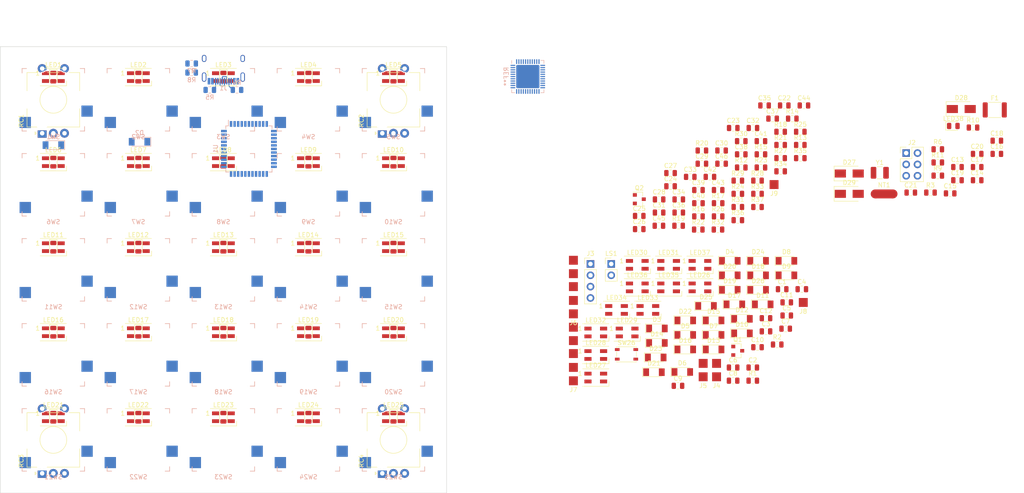
<source format=kicad_pcb>
(kicad_pcb (version 20171130) (host pcbnew "(5.1.2)-2")
  (layers (0 F.Cu signal) (31 B.Cu signal) (34 B.Paste user) (35 F.Paste user) (36 B.SilkS user) (37 F.SilkS user) (38 B.Mask user) (39 F.Mask user) (44 Edge.Cuts user))
  (net 0 "")
  (net 1 GND)
  (net 2 SW1)
  (net 3 COL1)
  (net 4 "Net-(D2-Pad2)")
  (net 5 COL2)
  (net 6 "Net-(D3-Pad2)")
  (net 7 COL3)
  (net 8 "Net-(D4-Pad2)")
  (net 9 COL4)
  (net 10 SW5)
  (net 11 COL5)
  (net 12 "Net-(D6-Pad2)")
  (net 13 "Net-(D7-Pad2)")
  (net 14 "Net-(D8-Pad2)")
  (net 15 "Net-(D9-Pad2)")
  (net 16 "Net-(D10-Pad2)")
  (net 17 "Net-(D11-Pad2)")
  (net 18 "Net-(D12-Pad2)")
  (net 19 "Net-(D13-Pad2)")
  (net 20 "Net-(D14-Pad2)")
  (net 21 "Net-(D15-Pad2)")
  (net 22 "Net-(D16-Pad2)")
  (net 23 "Net-(D17-Pad2)")
  (net 24 "Net-(D18-Pad2)")
  (net 25 "Net-(D19-Pad2)")
  (net 26 "Net-(D20-Pad2)")
  (net 27 SW21)
  (net 28 "Net-(D22-Pad2)")
  (net 29 "Net-(D23-Pad2)")
  (net 30 "Net-(D24-Pad2)")
  (net 31 SW25)
  (net 32 "Net-(D26-Pad2)")
  (net 33 "Net-(D26-Pad1)")
  (net 34 VCC)
  (net 35 SCL)
  (net 36 SDA)
  (net 37 "Net-(LED1-Pad1)")
  (net 38 RGB_DIN)
  (net 39 "Net-(LED2-Pad1)")
  (net 40 "Net-(LED3-Pad1)")
  (net 41 "Net-(LED4-Pad1)")
  (net 42 "Net-(LED5-Pad1)")
  (net 43 "Net-(LED6-Pad1)")
  (net 44 "Net-(LED7-Pad1)")
  (net 45 "Net-(LED8-Pad1)")
  (net 46 "Net-(LED10-Pad3)")
  (net 47 "Net-(LED10-Pad1)")
  (net 48 "Net-(LED11-Pad1)")
  (net 49 "Net-(LED12-Pad1)")
  (net 50 "Net-(Q1-Pad1)")
  (net 51 PIEZO)
  (net 52 RC1A)
  (net 53 RC1B)
  (net 54 ROW1)
  (net 55 RC2A)
  (net 56 RC2B)
  (net 57 ROW2)
  (net 58 ROW3)
  (net 59 ROW4)
  (net 60 ROW5)
  (net 61 "Net-(C18-Pad1)")
  (net 62 "Net-(C19-Pad1)")
  (net 63 "Net-(C20-Pad2)")
  (net 64 "Net-(C21-Pad1)")
  (net 65 "Net-(D27-Pad2)")
  (net 66 "Net-(D27-Pad1)")
  (net 67 Reset)
  (net 68 MOSI)
  (net 69 SCK)
  (net 70 MISO)
  (net 71 Backlight_RGB)
  (net 72 "Net-(J9-Pad1)")
  (net 73 "Net-(LED1-Pad5)")
  (net 74 "Net-(LED2-Pad5)")
  (net 75 "Net-(LED3-Pad5)")
  (net 76 "Net-(LED4-Pad5)")
  (net 77 "Net-(LED5-Pad5)")
  (net 78 "Net-(LED6-Pad5)")
  (net 79 "Net-(LED7-Pad5)")
  (net 80 "Net-(LED8-Pad5)")
  (net 81 "Net-(LED9-Pad5)")
  (net 82 "Net-(LED10-Pad5)")
  (net 83 "Net-(LED11-Pad5)")
  (net 84 "Net-(LED12-Pad5)")
  (net 85 "Net-(LED13-Pad5)")
  (net 86 "Net-(LED13-Pad1)")
  (net 87 "Net-(LED14-Pad5)")
  (net 88 "Net-(LED14-Pad1)")
  (net 89 "Net-(LED15-Pad5)")
  (net 90 "Net-(LED15-Pad1)")
  (net 91 "Net-(LED16-Pad5)")
  (net 92 "Net-(LED16-Pad1)")
  (net 93 "Net-(LED17-Pad5)")
  (net 94 "Net-(LED17-Pad1)")
  (net 95 "Net-(LED18-Pad5)")
  (net 96 "Net-(LED18-Pad1)")
  (net 97 "Net-(LED19-Pad5)")
  (net 98 "Net-(LED19-Pad1)")
  (net 99 "Net-(LED20-Pad5)")
  (net 100 "Net-(LED20-Pad1)")
  (net 101 "Net-(LED21-Pad5)")
  (net 102 "Net-(LED21-Pad1)")
  (net 103 "Net-(LED22-Pad5)")
  (net 104 "Net-(LED22-Pad1)")
  (net 105 "Net-(LED23-Pad5)")
  (net 106 "Net-(LED23-Pad1)")
  (net 107 "Net-(LED24-Pad5)")
  (net 108 "Net-(LED24-Pad1)")
  (net 109 "Net-(LED25-Pad5)")
  (net 110 "Net-(LED26-Pad1)")
  (net 111 "Net-(LED27-Pad1)")
  (net 112 "Net-(LED28-Pad1)")
  (net 113 "Net-(LED29-Pad1)")
  (net 114 "Net-(LED30-Pad1)")
  (net 115 "Net-(LED31-Pad1)")
  (net 116 "Net-(LED32-Pad1)")
  (net 117 "Net-(LED33-Pad1)")
  (net 118 "Net-(LED34-Pad1)")
  (net 119 "Net-(LED35-Pad1)")
  (net 120 "Net-(LED36-Pad1)")
  (net 121 "Net-(LED38-Pad2)")
  (net 122 LED_DRAIN)
  (net 123 "Net-(Q2-Pad1)")
  (net 124 "Net-(J1-PadA5)")
  (net 125 "Net-(J1-PadB5)")
  (net 126 "Net-(R6-Pad2)")
  (net 127 D-)
  (net 128 D+)
  (net 129 "Net-(R11-Pad2)")
  (net 130 Backlight)
  (net 131 "Net-(U1-Pad32)")
  (net 132 "Net-(U1-Pad1)")
  (net 133 "Net-(J1-PadB8)")
  (net 134 "Net-(J1-PadA8)")
  (net 135 /MCU/Dcon-)
  (net 136 /MCU/Dcon+)
  (module keyswitches:Kailh_socket_flipped (layer F.Cu) (at 76.2 38.1)
    (fp_text reference SW3 (at 0 8.3) (layer B.SilkS) (effects (justify mirror)))
    (fp_text value Switch)
    (pad 1 smd rect (at -6.29 5.08 180) (size 2.55 2.5) (layers B.Cu B.Paste B.Mask) (net 6 "Net-(D3-Pad2)"))
    (pad "" np_thru_hole circle (at -2.54 5.08 180) (size 3 3) (drill 3) (layers *.Cu *.Mask))
    (pad "" np_thru_hole circle (at 3.81 2.54 180) (size 3 3) (drill 3) (layers *.Cu *.Mask))
    (pad "" np_thru_hole circle (at 0 0 180) (size 3.9878 3.9878) (drill 3.9878) (layers *.Cu *.Mask))
    (pad "" np_thru_hole circle (at -5.08 0 180) (size 1.7018 1.7018) (drill 1.7018) (layers *.Cu *.Mask))
    (pad "" np_thru_hole circle (at 5.08 0 180) (size 1.7018 1.7018) (drill 1.7018) (layers *.Cu *.Mask))
    (pad 2 smd rect (at 7.56 2.54 180) (size 2.55 2.5) (layers B.Cu B.Paste B.Mask) (net 54 ROW1))
  )
  (module testatur:HRO-TYPE-C-31-M-12_kicad-pinout (layer B.Cu) (at 76.2 26.2382)
    (fp_text reference J1 (at 0 9.25) (layer B.SilkS) (effects (justify mirror)))
    (fp_text value USB_C_Receptacle)
    (pad A1 smd rect (at 3.225 7.695) (size 0.6 1.45) (layers B.Cu B.Paste B.Mask) (net 1 GND))
    (pad A12 smd rect (at -3.225 7.695) (size 0.6 1.45) (layers B.Cu B.Paste B.Mask) (net 1 GND))
    (pad A4 smd rect (at 2.45 7.695) (size 0.6 1.45) (layers B.Cu B.Paste B.Mask) (net 66 "Net-(D27-Pad1)"))
    (pad A9 smd rect (at -2.45 7.695) (size 0.6 1.45) (layers B.Cu B.Paste B.Mask) (net 66 "Net-(D27-Pad1)"))
    (pad B5 smd rect (at -1.75 7.695) (size 0.3 1.45) (layers B.Cu B.Paste B.Mask) (net 125 "Net-(J1-PadB5)"))
    (pad B8 smd rect (at 1.75 7.695) (size 0.3 1.45) (layers B.Cu B.Paste B.Mask) (net 133 "Net-(J1-PadB8)"))
    (pad A8 smd rect (at -1.25 7.695) (size 0.3 1.45) (layers B.Cu B.Paste B.Mask) (net 134 "Net-(J1-PadA8)"))
    (pad A5 smd rect (at 1.25 7.695) (size 0.3 1.45) (layers B.Cu B.Paste B.Mask) (net 124 "Net-(J1-PadA5)"))
    (pad B6 smd rect (at -0.75 7.695) (size 0.3 1.45) (layers B.Cu B.Paste B.Mask) (net 136 /MCU/Dcon+))
    (pad B7 smd rect (at 0.75 7.695) (size 0.3 1.45) (layers B.Cu B.Paste B.Mask) (net 135 /MCU/Dcon-))
    (pad A6 smd rect (at 0.25 7.695) (size 0.3 1.45) (layers B.Cu B.Paste B.Mask) (net 136 /MCU/Dcon+))
    (pad A7 smd rect (at -0.25 7.695) (size 0.3 1.45) (layers B.Cu B.Paste B.Mask) (net 135 /MCU/Dcon-))
    (pad "" np_thru_hole circle (at 2.89 6.25) (size 0.65 0.65) (drill 0.65) (layers *.Cu *.Mask))
    (pad "" np_thru_hole circle (at -2.89 6.25) (size 0.65 0.65) (drill 0.65) (layers *.Cu *.Mask))
    (pad S1 thru_hole oval (at -4.32 6.78) (size 1 2.1) (drill oval 0.6 1.7) (layers *.Cu F.Mask) (net 65 "Net-(D27-Pad2)"))
    (pad S1 thru_hole oval (at 4.32 6.78) (size 1 2.1) (drill oval 0.6 1.7) (layers *.Cu F.Mask) (net 65 "Net-(D27-Pad2)"))
    (pad S1 thru_hole oval (at -4.32 2.6) (size 1 1.6) (drill oval 0.6 1.2) (layers *.Cu F.Mask) (net 65 "Net-(D27-Pad2)"))
    (pad S1 thru_hole oval (at 4.32 2.6) (size 1 1.6) (drill oval 0.6 1.2) (layers *.Cu F.Mask) (net 65 "Net-(D27-Pad2)"))
  )
  (module Package_DFN_QFN:QFN-44-1EP_7x7mm_P0.5mm_EP5.2x5.2mm (layer B.Cu) (at 144.399 32.893 270)
    (fp_text reference REF** (at 0 4.82 90) (layer B.SilkS) (effects (justify mirror)))
    (fp_text value QFN-44-1EP_7x7mm_P0.5mm_EP5.2x5.2mm)
    (pad 44 smd roundrect (at -2.5 3.3375 270) (size 0.25 1.075) (layers B.Cu B.Paste B.Mask))
    (pad 43 smd roundrect (at -2 3.3375 270) (size 0.25 1.075) (layers B.Cu B.Paste B.Mask))
    (pad 42 smd roundrect (at -1.5 3.3375 270) (size 0.25 1.075) (layers B.Cu B.Paste B.Mask))
    (pad 41 smd roundrect (at -1 3.3375 270) (size 0.25 1.075) (layers B.Cu B.Paste B.Mask))
    (pad 40 smd roundrect (at -0.5 3.3375 270) (size 0.25 1.075) (layers B.Cu B.Paste B.Mask))
    (pad 39 smd roundrect (at 0 3.3375 270) (size 0.25 1.075) (layers B.Cu B.Paste B.Mask))
    (pad 38 smd roundrect (at 0.5 3.3375 270) (size 0.25 1.075) (layers B.Cu B.Paste B.Mask))
    (pad 37 smd roundrect (at 1 3.3375 270) (size 0.25 1.075) (layers B.Cu B.Paste B.Mask))
    (pad 36 smd roundrect (at 1.5 3.3375 270) (size 0.25 1.075) (layers B.Cu B.Paste B.Mask))
    (pad 35 smd roundrect (at 2 3.3375 270) (size 0.25 1.075) (layers B.Cu B.Paste B.Mask))
    (pad 34 smd roundrect (at 2.5 3.3375 270) (size 0.25 1.075) (layers B.Cu B.Paste B.Mask))
    (pad 33 smd roundrect (at 3.3375 2.5 270) (size 1.075 0.25) (layers B.Cu B.Paste B.Mask))
    (pad 32 smd roundrect (at 3.3375 2 270) (size 1.075 0.25) (layers B.Cu B.Paste B.Mask))
    (pad 31 smd roundrect (at 3.3375 1.5 270) (size 1.075 0.25) (layers B.Cu B.Paste B.Mask))
    (pad 30 smd roundrect (at 3.3375 1 270) (size 1.075 0.25) (layers B.Cu B.Paste B.Mask))
    (pad 29 smd roundrect (at 3.3375 0.5 270) (size 1.075 0.25) (layers B.Cu B.Paste B.Mask))
    (pad 28 smd roundrect (at 3.3375 0 270) (size 1.075 0.25) (layers B.Cu B.Paste B.Mask))
    (pad 27 smd roundrect (at 3.3375 -0.5 270) (size 1.075 0.25) (layers B.Cu B.Paste B.Mask))
    (pad 26 smd roundrect (at 3.3375 -1 270) (size 1.075 0.25) (layers B.Cu B.Paste B.Mask))
    (pad 25 smd roundrect (at 3.3375 -1.5 270) (size 1.075 0.25) (layers B.Cu B.Paste B.Mask))
    (pad 24 smd roundrect (at 3.3375 -2 270) (size 1.075 0.25) (layers B.Cu B.Paste B.Mask))
    (pad 23 smd roundrect (at 3.3375 -2.5 270) (size 1.075 0.25) (layers B.Cu B.Paste B.Mask))
    (pad 22 smd roundrect (at 2.5 -3.3375 270) (size 0.25 1.075) (layers B.Cu B.Paste B.Mask))
    (pad 21 smd roundrect (at 2 -3.3375 270) (size 0.25 1.075) (layers B.Cu B.Paste B.Mask))
    (pad 20 smd roundrect (at 1.5 -3.3375 270) (size 0.25 1.075) (layers B.Cu B.Paste B.Mask))
    (pad 19 smd roundrect (at 1 -3.3375 270) (size 0.25 1.075) (layers B.Cu B.Paste B.Mask))
    (pad 18 smd roundrect (at 0.5 -3.3375 270) (size 0.25 1.075) (layers B.Cu B.Paste B.Mask))
    (pad 17 smd roundrect (at 0 -3.3375 270) (size 0.25 1.075) (layers B.Cu B.Paste B.Mask))
    (pad 16 smd roundrect (at -0.5 -3.3375 270) (size 0.25 1.075) (layers B.Cu B.Paste B.Mask))
    (pad 15 smd roundrect (at -1 -3.3375 270) (size 0.25 1.075) (layers B.Cu B.Paste B.Mask))
    (pad 14 smd roundrect (at -1.5 -3.3375 270) (size 0.25 1.075) (layers B.Cu B.Paste B.Mask))
    (pad 13 smd roundrect (at -2 -3.3375 270) (size 0.25 1.075) (layers B.Cu B.Paste B.Mask))
    (pad 12 smd roundrect (at -2.5 -3.3375 270) (size 0.25 1.075) (layers B.Cu B.Paste B.Mask))
    (pad 11 smd roundrect (at -3.3375 -2.5 270) (size 1.075 0.25) (layers B.Cu B.Paste B.Mask))
    (pad 10 smd roundrect (at -3.3375 -2 270) (size 1.075 0.25) (layers B.Cu B.Paste B.Mask))
    (pad 9 smd roundrect (at -3.3375 -1.5 270) (size 1.075 0.25) (layers B.Cu B.Paste B.Mask))
    (pad 8 smd roundrect (at -3.3375 -1 270) (size 1.075 0.25) (layers B.Cu B.Paste B.Mask))
    (pad 7 smd roundrect (at -3.3375 -0.5 270) (size 1.075 0.25) (layers B.Cu B.Paste B.Mask))
    (pad 6 smd roundrect (at -3.3375 0 270) (size 1.075 0.25) (layers B.Cu B.Paste B.Mask))
    (pad 5 smd roundrect (at -3.3375 0.5 270) (size 1.075 0.25) (layers B.Cu B.Paste B.Mask))
    (pad 4 smd roundrect (at -3.3375 1 270) (size 1.075 0.25) (layers B.Cu B.Paste B.Mask))
    (pad 3 smd roundrect (at -3.3375 1.5 270) (size 1.075 0.25) (layers B.Cu B.Paste B.Mask))
    (pad 2 smd roundrect (at -3.3375 2 270) (size 1.075 0.25) (layers B.Cu B.Paste B.Mask))
    (pad 1 smd roundrect (at -3.3375 2.5 270) (size 1.075 0.25) (layers B.Cu B.Paste B.Mask))
    (pad 45 smd roundrect (at 0 0 270) (size 5.2 5.2) (layers B.Cu B.Mask) (roundrect_rratio 0.048077))
  )
  (module testatur:TQFP-44_10x10mm_P0.8mm_short (layer B.Cu) (at 81.915 49.1116 270)
    (fp_text reference U1 (at 0 7.45 90) (layer B.SilkS) (effects (justify mirror)))
    (fp_text value ATmega32U4-AU)
    (pad 44 smd rect (at -4 5.6 180) (size 1.3 0.55) (layers B.Cu B.Paste B.Mask) (net 34 VCC))
    (pad 43 smd rect (at -3.2 5.6 180) (size 1.3 0.55) (layers B.Cu B.Paste B.Mask) (net 1 GND))
    (pad 42 smd rect (at -2.4 5.6 180) (size 1.3 0.55) (layers B.Cu B.Paste B.Mask) (net 63 "Net-(C20-Pad2)"))
    (pad 41 smd rect (at -1.6 5.6 180) (size 1.3 0.55) (layers B.Cu B.Paste B.Mask) (net 52 RC1A))
    (pad 40 smd rect (at -0.8 5.6 180) (size 1.3 0.55) (layers B.Cu B.Paste B.Mask) (net 53 RC1B))
    (pad 39 smd rect (at 0 5.6 180) (size 1.3 0.55) (layers B.Cu B.Paste B.Mask) (net 129 "Net-(R11-Pad2)"))
    (pad 38 smd rect (at 0.8 5.6 180) (size 1.3 0.55) (layers B.Cu B.Paste B.Mask) (net 60 ROW5))
    (pad 37 smd rect (at 1.6 5.6 180) (size 1.3 0.55) (layers B.Cu B.Paste B.Mask) (net 59 ROW4))
    (pad 36 smd rect (at 2.4 5.6 180) (size 1.3 0.55) (layers B.Cu B.Paste B.Mask) (net 58 ROW3))
    (pad 35 smd rect (at 3.2 5.6 180) (size 1.3 0.55) (layers B.Cu B.Paste B.Mask) (net 1 GND))
    (pad 34 smd rect (at 4 5.6 180) (size 1.3 0.55) (layers B.Cu B.Paste B.Mask) (net 34 VCC))
    (pad 33 smd rect (at 5.6 4 270) (size 1.3 0.55) (layers B.Cu B.Paste B.Mask) (net 1 GND))
    (pad 32 smd rect (at 5.6 3.2 270) (size 1.3 0.55) (layers B.Cu B.Paste B.Mask) (net 131 "Net-(U1-Pad32)"))
    (pad 31 smd rect (at 5.6 2.4 270) (size 1.3 0.55) (layers B.Cu B.Paste B.Mask) (net 51 PIEZO))
    (pad 30 smd rect (at 5.6 1.6 270) (size 1.3 0.55) (layers B.Cu B.Paste B.Mask) (net 11 COL5))
    (pad 29 smd rect (at 5.6 0.8 270) (size 1.3 0.55) (layers B.Cu B.Paste B.Mask) (net 9 COL4))
    (pad 28 smd rect (at 5.6 0 270) (size 1.3 0.55) (layers B.Cu B.Paste B.Mask) (net 7 COL3))
    (pad 27 smd rect (at 5.6 -0.8 270) (size 1.3 0.55) (layers B.Cu B.Paste B.Mask) (net 5 COL2))
    (pad 26 smd rect (at 5.6 -1.6 270) (size 1.3 0.55) (layers B.Cu B.Paste B.Mask) (net 3 COL1))
    (pad 25 smd rect (at 5.6 -2.4 270) (size 1.3 0.55) (layers B.Cu B.Paste B.Mask) (net 54 ROW1))
    (pad 24 smd rect (at 5.6 -3.2 270) (size 1.3 0.55) (layers B.Cu B.Paste B.Mask) (net 34 VCC))
    (pad 23 smd rect (at 5.6 -4 270) (size 1.3 0.55) (layers B.Cu B.Paste B.Mask) (net 1 GND))
    (pad 22 smd rect (at 4 -5.6 180) (size 1.3 0.55) (layers B.Cu B.Paste B.Mask) (net 57 ROW2))
    (pad 21 smd rect (at 3.2 -5.6 180) (size 1.3 0.55) (layers B.Cu B.Paste B.Mask) (net 56 RC2B))
    (pad 20 smd rect (at 2.4 -5.6 180) (size 1.3 0.55) (layers B.Cu B.Paste B.Mask) (net 55 RC2A))
    (pad 19 smd rect (at 1.6 -5.6 180) (size 1.3 0.55) (layers B.Cu B.Paste B.Mask) (net 36 SDA))
    (pad 18 smd rect (at 0.8 -5.6 180) (size 1.3 0.55) (layers B.Cu B.Paste B.Mask) (net 35 SCL))
    (pad 17 smd rect (at 0 -5.6 180) (size 1.3 0.55) (layers B.Cu B.Paste B.Mask) (net 61 "Net-(C18-Pad1)"))
    (pad 16 smd rect (at -0.8 -5.6 180) (size 1.3 0.55) (layers B.Cu B.Paste B.Mask) (net 62 "Net-(C19-Pad1)"))
    (pad 15 smd rect (at -1.6 -5.6 180) (size 1.3 0.55) (layers B.Cu B.Paste B.Mask) (net 1 GND))
    (pad 14 smd rect (at -2.4 -5.6 180) (size 1.3 0.55) (layers B.Cu B.Paste B.Mask) (net 34 VCC))
    (pad 13 smd rect (at -3.2 -5.6 180) (size 1.3 0.55) (layers B.Cu B.Paste B.Mask) (net 67 Reset))
    (pad 12 smd rect (at -4 -5.6 180) (size 1.3 0.55) (layers B.Cu B.Paste B.Mask) (net 130 Backlight))
    (pad 11 smd rect (at -5.6 -4 270) (size 1.3 0.55) (layers B.Cu B.Paste B.Mask) (net 70 MISO))
    (pad 10 smd rect (at -5.6 -3.2 270) (size 1.3 0.55) (layers B.Cu B.Paste B.Mask) (net 68 MOSI))
    (pad 9 smd rect (at -5.6 -2.4 270) (size 1.3 0.55) (layers B.Cu B.Paste B.Mask) (net 69 SCK))
    (pad 8 smd rect (at -5.6 -1.6 270) (size 1.3 0.55) (layers B.Cu B.Paste B.Mask) (net 126 "Net-(R6-Pad2)"))
    (pad 7 smd rect (at -5.6 -0.8 270) (size 1.3 0.55) (layers B.Cu B.Paste B.Mask) (net 34 VCC))
    (pad 6 smd rect (at -5.6 0 270) (size 1.3 0.55) (layers B.Cu B.Paste B.Mask) (net 64 "Net-(C21-Pad1)"))
    (pad 5 smd rect (at -5.6 0.8 270) (size 1.3 0.55) (layers B.Cu B.Paste B.Mask) (net 1 GND))
    (pad 4 smd rect (at -5.6 1.6 270) (size 1.3 0.55) (layers B.Cu B.Paste B.Mask) (net 128 D+))
    (pad 3 smd rect (at -5.6 2.4 270) (size 1.3 0.55) (layers B.Cu B.Paste B.Mask) (net 127 D-))
    (pad 2 smd rect (at -5.6 3.2 270) (size 1.3 0.55) (layers B.Cu B.Paste B.Mask) (net 34 VCC))
    (pad 1 smd rect (at -5.6 4 270) (size 1.3 0.55) (layers B.Cu B.Paste B.Mask) (net 132 "Net-(U1-Pad1)"))
  )
  (module testatur:LED_combined_SK6812MINI_0805_cutout (layer F.Cu) (at 114.3 109.22)
    (fp_text reference LED25 (at 0 -2.75) (layer F.SilkS))
    (fp_text value ComboLED)
    (fp_text user 1 (at -3.5 -0.875) (layer F.SilkS))
    (pad 1 smd custom (at -1.75 -0.875) (size 0.6 0.6) (layers F.Cu F.Paste F.Mask) (net 72 "Net-(J9-Pad1)") (options (clearance outline) (anchor circle)) (primitives (gr_poly (pts (xy 0.8 0.425) (xy 0.8 -0.425) (xy 0 -0.425) (xy -0.4 -0.175) (xy -0.6 -0.125) (xy -0.8 -0.125) (xy -0.8 0.425)) (width 0))))
    (pad 4 smd custom (at 1.75 -0.875) (size 0.6 0.6) (layers F.Cu F.Paste F.Mask) (net 34 VCC) (options (clearance outline) (anchor circle)) (primitives (gr_poly (pts (xy -0.8 0.425) (xy -0.8 -0.425) (xy 0 -0.425) (xy 0.4 -0.175) (xy 0.6 -0.125) (xy 0.8 -0.125) (xy 0.8 0.425)) (width 0))))
    (pad 5 smd roundrect (at 0 -0.9375 270) (size 0.975 1.4) (layers F.Cu F.Paste F.Mask) (net 109 "Net-(LED25-Pad5)"))
    (pad 6 smd roundrect (at 0 0.9375 270) (size 0.975 1.4) (layers F.Cu F.Paste F.Mask) (net 34 VCC))
    (pad 2 smd rect (at -1.75 0.875) (size 1.6 0.85) (layers F.Cu F.Paste F.Mask) (net 1 GND))
    (pad 3 smd rect (at 1.75 0.875) (size 1.6 0.85) (layers F.Cu F.Paste F.Mask) (net 108 "Net-(LED24-Pad1)"))
  )
  (module testatur:LED_combined_SK6812MINI_0805_cutout (layer F.Cu) (at 38.1 109.22)
    (fp_text reference LED21 (at 0 -2.75) (layer F.SilkS))
    (fp_text value ComboLED)
    (fp_text user 1 (at -3.5 -0.875) (layer F.SilkS))
    (pad 1 smd custom (at -1.75 -0.875) (size 0.6 0.6) (layers F.Cu F.Paste F.Mask) (net 102 "Net-(LED21-Pad1)") (options (clearance outline) (anchor circle)) (primitives (gr_poly (pts (xy 0.8 0.425) (xy 0.8 -0.425) (xy 0 -0.425) (xy -0.4 -0.175) (xy -0.6 -0.125) (xy -0.8 -0.125) (xy -0.8 0.425)) (width 0))))
    (pad 4 smd custom (at 1.75 -0.875) (size 0.6 0.6) (layers F.Cu F.Paste F.Mask) (net 34 VCC) (options (clearance outline) (anchor circle)) (primitives (gr_poly (pts (xy -0.8 0.425) (xy -0.8 -0.425) (xy 0 -0.425) (xy 0.4 -0.175) (xy 0.6 -0.125) (xy 0.8 -0.125) (xy 0.8 0.425)) (width 0))))
    (pad 5 smd roundrect (at 0 -0.9375 270) (size 0.975 1.4) (layers F.Cu F.Paste F.Mask) (net 101 "Net-(LED21-Pad5)"))
    (pad 6 smd roundrect (at 0 0.9375 270) (size 0.975 1.4) (layers F.Cu F.Paste F.Mask) (net 34 VCC))
    (pad 2 smd rect (at -1.75 0.875) (size 1.6 0.85) (layers F.Cu F.Paste F.Mask) (net 1 GND))
    (pad 3 smd rect (at 1.75 0.875) (size 1.6 0.85) (layers F.Cu F.Paste F.Mask) (net 100 "Net-(LED20-Pad1)"))
  )
  (module testatur:LED_combined_SK6812MINI_0805_cutout (layer F.Cu) (at 114.3 33.02)
    (fp_text reference LED5 (at 0 -2.75) (layer F.SilkS))
    (fp_text value ComboLED)
    (fp_text user 1 (at -3.5 -0.875) (layer F.SilkS))
    (pad 1 smd custom (at -1.75 -0.875) (size 0.6 0.6) (layers F.Cu F.Paste F.Mask) (net 42 "Net-(LED5-Pad1)") (options (clearance outline) (anchor circle)) (primitives (gr_poly (pts (xy 0.8 0.425) (xy 0.8 -0.425) (xy 0 -0.425) (xy -0.4 -0.175) (xy -0.6 -0.125) (xy -0.8 -0.125) (xy -0.8 0.425)) (width 0))))
    (pad 4 smd custom (at 1.75 -0.875) (size 0.6 0.6) (layers F.Cu F.Paste F.Mask) (net 34 VCC) (options (clearance outline) (anchor circle)) (primitives (gr_poly (pts (xy -0.8 0.425) (xy -0.8 -0.425) (xy 0 -0.425) (xy 0.4 -0.175) (xy 0.6 -0.125) (xy 0.8 -0.125) (xy 0.8 0.425)) (width 0))))
    (pad 5 smd roundrect (at 0 -0.9375 270) (size 0.975 1.4) (layers F.Cu F.Paste F.Mask) (net 77 "Net-(LED5-Pad5)"))
    (pad 6 smd roundrect (at 0 0.9375 270) (size 0.975 1.4) (layers F.Cu F.Paste F.Mask) (net 34 VCC))
    (pad 2 smd rect (at -1.75 0.875) (size 1.6 0.85) (layers F.Cu F.Paste F.Mask) (net 1 GND))
    (pad 3 smd rect (at 1.75 0.875) (size 1.6 0.85) (layers F.Cu F.Paste F.Mask) (net 41 "Net-(LED4-Pad1)"))
  )
  (module Resistor_SMD:R_1210_3225Metric (layer F.Cu) (at 223.25 54.45)
    (fp_text reference Y1 (at 0 -2.28) (layer F.SilkS))
    (fp_text value "16 MHz")
    (pad 2 smd roundrect (at 1.4 0) (size 1.25 2.65) (layers F.Cu F.Paste F.Mask) (roundrect_rratio 0.2) (net 62 "Net-(C19-Pad1)"))
    (pad 1 smd roundrect (at -1.4 0) (size 1.25 2.65) (layers F.Cu F.Paste F.Mask) (roundrect_rratio 0.2) (net 61 "Net-(C18-Pad1)"))
  )
  (module Button_Switch_SMD:SW_SPST_PTS810 (layer F.Cu) (at 166.51 95.13)
    (fp_text reference SW26 (at 0 -2.6) (layer F.SilkS))
    (fp_text value SW_Reset)
    (pad 2 smd rect (at 2.075 1.075) (size 1.05 0.65) (layers F.Cu F.Paste F.Mask) (net 1 GND))
    (pad 2 smd rect (at -2.075 1.075) (size 1.05 0.65) (layers F.Cu F.Paste F.Mask) (net 1 GND))
    (pad 1 smd rect (at 2.075 -1.075) (size 1.05 0.65) (layers F.Cu F.Paste F.Mask) (net 67 Reset))
    (pad 1 smd rect (at -2.075 -1.075) (size 1.05 0.65) (layers F.Cu F.Paste F.Mask) (net 67 Reset))
  )
  (module Resistor_SMD:R_0805_2012Metric (layer F.Cu) (at 195.86 62.12)
    (fp_text reference R37 (at 0 -1.65) (layer F.SilkS))
    (fp_text value 1k)
    (pad 2 smd roundrect (at 0.9375 0) (size 0.975 1.4) (layers F.Cu F.Paste F.Mask) (net 130 Backlight))
    (pad 1 smd roundrect (at -0.9375 0) (size 0.975 1.4) (layers F.Cu F.Paste F.Mask) (net 123 "Net-(Q2-Pad1)"))
  )
  (module Resistor_SMD:R_0805_2012Metric (layer F.Cu) (at 191.45 65.07)
    (fp_text reference R36 (at 0 -1.65) (layer F.SilkS))
    (fp_text value 470)
    (pad 2 smd roundrect (at 0.9375 0) (size 0.975 1.4) (layers F.Cu F.Paste F.Mask) (net 122 LED_DRAIN))
    (pad 1 smd roundrect (at -0.9375 0) (size 0.975 1.4) (layers F.Cu F.Paste F.Mask) (net 109 "Net-(LED25-Pad5)"))
  )
  (module Resistor_SMD:R_0805_2012Metric (layer F.Cu) (at 205.45 51.17)
    (fp_text reference R35 (at 0 -1.65) (layer F.SilkS))
    (fp_text value 470)
    (pad 2 smd roundrect (at 0.9375 0) (size 0.975 1.4) (layers F.Cu F.Paste F.Mask) (net 122 LED_DRAIN))
    (pad 1 smd roundrect (at -0.9375 0) (size 0.975 1.4) (layers F.Cu F.Paste F.Mask) (net 107 "Net-(LED24-Pad5)"))
  )
  (module Resistor_SMD:R_0805_2012Metric (layer F.Cu) (at 201.04 54.12)
    (fp_text reference R34 (at 0 -1.65) (layer F.SilkS))
    (fp_text value 470)
    (pad 2 smd roundrect (at 0.9375 0) (size 0.975 1.4) (layers F.Cu F.Paste F.Mask) (net 122 LED_DRAIN))
    (pad 1 smd roundrect (at -0.9375 0) (size 0.975 1.4) (layers F.Cu F.Paste F.Mask) (net 105 "Net-(LED23-Pad5)"))
  )
  (module Resistor_SMD:R_0805_2012Metric (layer F.Cu) (at 195.86 59.17)
    (fp_text reference R33 (at 0 -1.65) (layer F.SilkS))
    (fp_text value 470)
    (pad 2 smd roundrect (at 0.9375 0) (size 0.975 1.4) (layers F.Cu F.Paste F.Mask) (net 122 LED_DRAIN))
    (pad 1 smd roundrect (at -0.9375 0) (size 0.975 1.4) (layers F.Cu F.Paste F.Mask) (net 103 "Net-(LED22-Pad5)"))
  )
  (module Resistor_SMD:R_0805_2012Metric (layer F.Cu) (at 187 67.17)
    (fp_text reference R32 (at 0 -1.65) (layer F.SilkS))
    (fp_text value 470)
    (pad 2 smd roundrect (at 0.9375 0) (size 0.975 1.4) (layers F.Cu F.Paste F.Mask) (net 122 LED_DRAIN))
    (pad 1 smd roundrect (at -0.9375 0) (size 0.975 1.4) (layers F.Cu F.Paste F.Mask) (net 101 "Net-(LED21-Pad5)"))
  )
  (module Resistor_SMD:R_0805_2012Metric (layer F.Cu) (at 191.45 62.12)
    (fp_text reference R31 (at 0 -1.65) (layer F.SilkS))
    (fp_text value 470)
    (pad 2 smd roundrect (at 0.9375 0) (size 0.975 1.4) (layers F.Cu F.Paste F.Mask) (net 122 LED_DRAIN))
    (pad 1 smd roundrect (at -0.9375 0) (size 0.975 1.4) (layers F.Cu F.Paste F.Mask) (net 99 "Net-(LED20-Pad5)"))
  )
  (module Resistor_SMD:R_0805_2012Metric (layer F.Cu) (at 192.22 47.37)
    (fp_text reference R30 (at 0 -1.65) (layer F.SilkS))
    (fp_text value 470)
    (pad 2 smd roundrect (at 0.9375 0) (size 0.975 1.4) (layers F.Cu F.Paste F.Mask) (net 122 LED_DRAIN))
    (pad 1 smd roundrect (at -0.9375 0) (size 0.975 1.4) (layers F.Cu F.Paste F.Mask) (net 97 "Net-(LED19-Pad5)"))
  )
  (module Resistor_SMD:R_0805_2012Metric (layer F.Cu) (at 191.45 56.22)
    (fp_text reference R29 (at 0 -1.65) (layer F.SilkS))
    (fp_text value 470)
    (pad 2 smd roundrect (at 0.9375 0) (size 0.975 1.4) (layers F.Cu F.Paste F.Mask) (net 122 LED_DRAIN))
    (pad 1 smd roundrect (at -0.9375 0) (size 0.975 1.4) (layers F.Cu F.Paste F.Mask) (net 95 "Net-(LED18-Pad5)"))
  )
  (module Resistor_SMD:R_0805_2012Metric (layer F.Cu) (at 195.86 56.22)
    (fp_text reference R28 (at 0 -1.65) (layer F.SilkS))
    (fp_text value 470)
    (pad 2 smd roundrect (at 0.9375 0) (size 0.975 1.4) (layers F.Cu F.Paste F.Mask) (net 122 LED_DRAIN))
    (pad 1 smd roundrect (at -0.9375 0) (size 0.975 1.4) (layers F.Cu F.Paste F.Mask) (net 93 "Net-(LED17-Pad5)"))
  )
  (module Resistor_SMD:R_0805_2012Metric (layer F.Cu) (at 201.04 51.17)
    (fp_text reference R27 (at 0 -1.65) (layer F.SilkS))
    (fp_text value 470)
    (pad 2 smd roundrect (at 0.9375 0) (size 0.975 1.4) (layers F.Cu F.Paste F.Mask) (net 122 LED_DRAIN))
    (pad 1 smd roundrect (at -0.9375 0) (size 0.975 1.4) (layers F.Cu F.Paste F.Mask) (net 91 "Net-(LED16-Pad5)"))
  )
  (module Resistor_SMD:R_0805_2012Metric (layer F.Cu) (at 187.04 64.22)
    (fp_text reference R26 (at 0 -1.65) (layer F.SilkS))
    (fp_text value 470)
    (pad 2 smd roundrect (at 0.9375 0) (size 0.975 1.4) (layers F.Cu F.Paste F.Mask) (net 122 LED_DRAIN))
    (pad 1 smd roundrect (at -0.9375 0) (size 0.975 1.4) (layers F.Cu F.Paste F.Mask) (net 89 "Net-(LED15-Pad5)"))
  )
  (module Resistor_SMD:R_0805_2012Metric (layer F.Cu) (at 205.45 45.27)
    (fp_text reference R25 (at 0 -1.65) (layer F.SilkS))
    (fp_text value 470)
    (pad 2 smd roundrect (at 0.9375 0) (size 0.975 1.4) (layers F.Cu F.Paste F.Mask) (net 122 LED_DRAIN))
    (pad 1 smd roundrect (at -0.9375 0) (size 0.975 1.4) (layers F.Cu F.Paste F.Mask) (net 87 "Net-(LED14-Pad5)"))
  )
  (module Resistor_SMD:R_0805_2012Metric (layer F.Cu) (at 191.45 59.17)
    (fp_text reference R24 (at 0 -1.65) (layer F.SilkS))
    (fp_text value 470)
    (pad 2 smd roundrect (at 0.9375 0) (size 0.975 1.4) (layers F.Cu F.Paste F.Mask) (net 122 LED_DRAIN))
    (pad 1 smd roundrect (at -0.9375 0) (size 0.975 1.4) (layers F.Cu F.Paste F.Mask) (net 85 "Net-(LED13-Pad5)"))
  )
  (module Resistor_SMD:R_0805_2012Metric (layer F.Cu) (at 196.63 53.27)
    (fp_text reference R23 (at 0 -1.65) (layer F.SilkS))
    (fp_text value 470)
    (pad 2 smd roundrect (at 0.9375 0) (size 0.975 1.4) (layers F.Cu F.Paste F.Mask) (net 122 LED_DRAIN))
    (pad 1 smd roundrect (at -0.9375 0) (size 0.975 1.4) (layers F.Cu F.Paste F.Mask) (net 84 "Net-(LED12-Pad5)"))
  )
  (module Resistor_SMD:R_0805_2012Metric (layer F.Cu) (at 182.59 67.17)
    (fp_text reference R22 (at 0 -1.65) (layer F.SilkS))
    (fp_text value 470)
    (pad 2 smd roundrect (at 0.9375 0) (size 0.975 1.4) (layers F.Cu F.Paste F.Mask) (net 122 LED_DRAIN))
    (pad 1 smd roundrect (at -0.9375 0) (size 0.975 1.4) (layers F.Cu F.Paste F.Mask) (net 83 "Net-(LED11-Pad5)"))
  )
  (module Resistor_SMD:R_0805_2012Metric (layer F.Cu) (at 201.04 48.22)
    (fp_text reference R21 (at 0 -1.65) (layer F.SilkS))
    (fp_text value 470)
    (pad 2 smd roundrect (at 0.9375 0) (size 0.975 1.4) (layers F.Cu F.Paste F.Mask) (net 122 LED_DRAIN))
    (pad 1 smd roundrect (at -0.9375 0) (size 0.975 1.4) (layers F.Cu F.Paste F.Mask) (net 82 "Net-(LED10-Pad5)"))
  )
  (module Resistor_SMD:R_0805_2012Metric (layer F.Cu) (at 183.4 49.47)
    (fp_text reference R20 (at 0 -1.65) (layer F.SilkS))
    (fp_text value 470)
    (pad 2 smd roundrect (at 0.9375 0) (size 0.975 1.4) (layers F.Cu F.Paste F.Mask) (net 122 LED_DRAIN))
    (pad 1 smd roundrect (at -0.9375 0) (size 0.975 1.4) (layers F.Cu F.Paste F.Mask) (net 81 "Net-(LED9-Pad5)"))
  )
  (module Resistor_SMD:R_0805_2012Metric (layer F.Cu) (at 178.18 66.32)
    (fp_text reference R19 (at 0 -1.65) (layer F.SilkS))
    (fp_text value 470)
    (pad 2 smd roundrect (at 0.9375 0) (size 0.975 1.4) (layers F.Cu F.Paste F.Mask) (net 122 LED_DRAIN))
    (pad 1 smd roundrect (at -0.9375 0) (size 0.975 1.4) (layers F.Cu F.Paste F.Mask) (net 80 "Net-(LED8-Pad5)"))
  )
  (module Resistor_SMD:R_0805_2012Metric (layer F.Cu) (at 201.04 45.27)
    (fp_text reference R18 (at 0 -1.65) (layer F.SilkS))
    (fp_text value 470)
    (pad 2 smd roundrect (at 0.9375 0) (size 0.975 1.4) (layers F.Cu F.Paste F.Mask) (net 122 LED_DRAIN))
    (pad 1 smd roundrect (at -0.9375 0) (size 0.975 1.4) (layers F.Cu F.Paste F.Mask) (net 79 "Net-(LED7-Pad5)"))
  )
  (module Resistor_SMD:R_0805_2012Metric (layer F.Cu) (at 187.04 61.27)
    (fp_text reference R17 (at 0 -1.65) (layer F.SilkS))
    (fp_text value 470)
    (pad 2 smd roundrect (at 0.9375 0) (size 0.975 1.4) (layers F.Cu F.Paste F.Mask) (net 122 LED_DRAIN))
    (pad 1 smd roundrect (at -0.9375 0) (size 0.975 1.4) (layers F.Cu F.Paste F.Mask) (net 78 "Net-(LED6-Pad5)"))
  )
  (module Resistor_SMD:R_0805_2012Metric (layer F.Cu) (at 182.63 64.22)
    (fp_text reference R16 (at 0 -1.65) (layer F.SilkS))
    (fp_text value 470)
    (pad 2 smd roundrect (at 0.9375 0) (size 0.975 1.4) (layers F.Cu F.Paste F.Mask) (net 122 LED_DRAIN))
    (pad 1 smd roundrect (at -0.9375 0) (size 0.975 1.4) (layers F.Cu F.Paste F.Mask) (net 77 "Net-(LED5-Pad5)"))
  )
  (module Resistor_SMD:R_0805_2012Metric (layer F.Cu) (at 196.63 50.32)
    (fp_text reference R15 (at 0 -1.65) (layer F.SilkS))
    (fp_text value 470)
    (pad 2 smd roundrect (at 0.9375 0) (size 0.975 1.4) (layers F.Cu F.Paste F.Mask) (net 122 LED_DRAIN))
    (pad 1 smd roundrect (at -0.9375 0) (size 0.975 1.4) (layers F.Cu F.Paste F.Mask) (net 76 "Net-(LED4-Pad5)"))
  )
  (module Resistor_SMD:R_0805_2012Metric (layer F.Cu) (at 203.65 42.32)
    (fp_text reference R14 (at 0 -1.65) (layer F.SilkS))
    (fp_text value 470)
    (pad 2 smd roundrect (at 0.9375 0) (size 0.975 1.4) (layers F.Cu F.Paste F.Mask) (net 122 LED_DRAIN))
    (pad 1 smd roundrect (at -0.9375 0) (size 0.975 1.4) (layers F.Cu F.Paste F.Mask) (net 75 "Net-(LED3-Pad5)"))
  )
  (module Resistor_SMD:R_0805_2012Metric (layer F.Cu) (at 205.45 48.22)
    (fp_text reference R13 (at 0 -1.65) (layer F.SilkS))
    (fp_text value 470)
    (pad 2 smd roundrect (at 0.9375 0) (size 0.975 1.4) (layers F.Cu F.Paste F.Mask) (net 122 LED_DRAIN))
    (pad 1 smd roundrect (at -0.9375 0) (size 0.975 1.4) (layers F.Cu F.Paste F.Mask) (net 74 "Net-(LED2-Pad5)"))
  )
  (module Resistor_SMD:R_0805_2012Metric (layer F.Cu) (at 192.22 53.27)
    (fp_text reference R12 (at 0 -1.65) (layer F.SilkS))
    (fp_text value 470)
    (pad 2 smd roundrect (at 0.9375 0) (size 0.975 1.4) (layers F.Cu F.Paste F.Mask) (net 122 LED_DRAIN))
    (pad 1 smd roundrect (at -0.9375 0) (size 0.975 1.4) (layers F.Cu F.Paste F.Mask) (net 73 "Net-(LED1-Pad5)"))
  )
  (module Resistor_SMD:R_0805_2012Metric (layer F.Cu) (at 236.25 52.14)
    (fp_text reference R11 (at 0 -1.65) (layer F.SilkS))
    (fp_text value 500)
    (pad 2 smd roundrect (at 0.9375 0) (size 0.975 1.4) (layers F.Cu F.Paste F.Mask) (net 129 "Net-(R11-Pad2)"))
    (pad 1 smd roundrect (at -0.9375 0) (size 0.975 1.4) (layers F.Cu F.Paste F.Mask) (net 38 RGB_DIN))
  )
  (module Resistor_SMD:R_0805_2012Metric (layer F.Cu) (at 244.14 44.32)
    (fp_text reference R10 (at 0 -1.65) (layer F.SilkS))
    (fp_text value 4.7k)
    (pad 2 smd roundrect (at 0.9375 0) (size 0.975 1.4) (layers F.Cu F.Paste F.Mask) (net 36 SDA))
    (pad 1 smd roundrect (at -0.9375 0) (size 0.975 1.4) (layers F.Cu F.Paste F.Mask) (net 34 VCC))
  )
  (module Resistor_SMD:R_0805_2012Metric (layer F.Cu) (at 236.25 55.09)
    (fp_text reference R9 (at 0 -1.65) (layer F.SilkS))
    (fp_text value 4.7k)
    (pad 2 smd roundrect (at 0.9375 0) (size 0.975 1.4) (layers F.Cu F.Paste F.Mask) (net 35 SCL))
    (pad 1 smd roundrect (at -0.9375 0) (size 0.975 1.4) (layers F.Cu F.Paste F.Mask) (net 34 VCC))
  )
  (module Resistor_SMD:R_0805_2012Metric (layer B.Cu) (at 69.088 32.004)
    (fp_text reference R8 (at 0 1.65) (layer B.SilkS) (effects (justify mirror)))
    (fp_text value 22)
    (pad 2 smd roundrect (at 0.9375 0) (size 0.975 1.4) (layers B.Cu B.Paste B.Mask) (net 136 /MCU/Dcon+))
    (pad 1 smd roundrect (at -0.9375 0) (size 0.975 1.4) (layers B.Cu B.Paste B.Mask) (net 128 D+))
  )
  (module Resistor_SMD:R_0805_2012Metric (layer B.Cu) (at 69.088 29.972)
    (fp_text reference R7 (at 0 1.65) (layer B.SilkS) (effects (justify mirror)))
    (fp_text value 22)
    (pad 2 smd roundrect (at 0.9375 0) (size 0.975 1.4) (layers B.Cu B.Paste B.Mask) (net 135 /MCU/Dcon-))
    (pad 1 smd roundrect (at -0.9375 0) (size 0.975 1.4) (layers B.Cu B.Paste B.Mask) (net 127 D-))
  )
  (module Resistor_SMD:R_0805_2012Metric (layer F.Cu) (at 236.25 49.19)
    (fp_text reference R6 (at 0 -1.65) (layer F.SilkS))
    (fp_text value 1k)
    (pad 2 smd roundrect (at 0.9375 0) (size 0.975 1.4) (layers F.Cu F.Paste F.Mask) (net 126 "Net-(R6-Pad2)"))
    (pad 1 smd roundrect (at -0.9375 0) (size 0.975 1.4) (layers F.Cu F.Paste F.Mask) (net 121 "Net-(LED38-Pad2)"))
  )
  (module Resistor_SMD:R_0805_2012Metric (layer B.Cu) (at 73.152 35.8902)
    (fp_text reference R5 (at 0 1.65) (layer B.SilkS) (effects (justify mirror)))
    (fp_text value 5.1k)
    (pad 2 smd roundrect (at 0.9375 0) (size 0.975 1.4) (layers B.Cu B.Paste B.Mask) (net 125 "Net-(J1-PadB5)"))
    (pad 1 smd roundrect (at -0.9375 0) (size 0.975 1.4) (layers B.Cu B.Paste B.Mask) (net 1 GND))
  )
  (module Resistor_SMD:R_0805_2012Metric (layer B.Cu) (at 79.248 35.8902 180)
    (fp_text reference R4 (at 0 1.65) (layer B.SilkS) (effects (justify mirror)))
    (fp_text value 5.1k)
    (pad 2 smd roundrect (at 0.9375 0 180) (size 0.975 1.4) (layers B.Cu B.Paste B.Mask) (net 124 "Net-(J1-PadA5)"))
    (pad 1 smd roundrect (at -0.9375 0 180) (size 0.975 1.4) (layers B.Cu B.Paste B.Mask) (net 1 GND))
  )
  (module Resistor_SMD:R_0805_2012Metric (layer F.Cu) (at 234.61 58.89)
    (fp_text reference R3 (at 0 -1.65) (layer F.SilkS))
    (fp_text value 5.1k)
    (pad 2 smd roundrect (at 0.9375 0) (size 0.975 1.4) (layers F.Cu F.Paste F.Mask) (net 34 VCC))
    (pad 1 smd roundrect (at -0.9375 0) (size 0.975 1.4) (layers F.Cu F.Paste F.Mask) (net 67 Reset))
  )
  (module Resistor_SMD:R_0805_2012Metric (layer F.Cu) (at 200.27 92.93)
    (fp_text reference R2 (at 0 -1.65) (layer F.SilkS))
    (fp_text value 1k)
    (pad 2 smd roundrect (at 0.9375 0) (size 0.975 1.4) (layers F.Cu F.Paste F.Mask) (net 51 PIEZO))
    (pad 1 smd roundrect (at -0.9375 0) (size 0.975 1.4) (layers F.Cu F.Paste F.Mask) (net 50 "Net-(Q1-Pad1)"))
  )
  (module Resistor_SMD:R_0805_2012Metric (layer F.Cu) (at 194.8 101.03)
    (fp_text reference R1 (at 0 -1.65) (layer F.SilkS))
    (fp_text value 1k)
    (pad 2 smd roundrect (at 0.9375 0) (size 0.975 1.4) (layers F.Cu F.Paste F.Mask) (net 33 "Net-(D26-Pad1)"))
    (pad 1 smd roundrect (at -0.9375 0) (size 0.975 1.4) (layers F.Cu F.Paste F.Mask) (net 34 VCC))
  )
  (module Package_TO_SOT_SMD:SOT-23 (layer F.Cu) (at 169.38 60.37)
    (fp_text reference Q2 (at 0 -2.5) (layer F.SilkS))
    (fp_text value Q_NMOS_GSD)
    (pad 3 smd rect (at 1 0) (size 0.9 0.8) (layers F.Cu F.Paste F.Mask) (net 122 LED_DRAIN))
    (pad 2 smd rect (at -1 0.95) (size 0.9 0.8) (layers F.Cu F.Paste F.Mask) (net 1 GND))
    (pad 1 smd rect (at -1 -0.95) (size 0.9 0.8) (layers F.Cu F.Paste F.Mask) (net 123 "Net-(Q2-Pad1)"))
  )
  (module Package_TO_SOT_SMD:SOT-23 (layer F.Cu) (at 191.43 94.33)
    (fp_text reference Q1 (at 0 -2.5) (layer F.SilkS))
    (fp_text value "2N 2222A")
    (pad 3 smd rect (at 1 0) (size 0.9 0.8) (layers F.Cu F.Paste F.Mask) (net 32 "Net-(D26-Pad2)"))
    (pad 2 smd rect (at -1 0.95) (size 0.9 0.8) (layers F.Cu F.Paste F.Mask) (net 1 GND))
    (pad 1 smd rect (at -1 -0.95) (size 0.9 0.8) (layers F.Cu F.Paste F.Mask) (net 50 "Net-(Q1-Pad1)"))
  )
  (module NetTie:NetTie-2_SMD_Pad2.0mm (layer F.Cu) (at 224.22 59.19)
    (fp_text reference NT1 (at 0 -2) (layer F.SilkS))
    (fp_text value Net-Tie_2)
    (fp_poly (pts (xy -2 -1) (xy 2 -1) (xy 2 1) (xy -2 1)) (layer F.Cu) (width 0))
    (pad 2 smd circle (at 2 0) (size 2 2) (layers F.Cu) (net 1 GND))
    (pad 1 smd circle (at -2 0) (size 2 2) (layers F.Cu) (net 65 "Net-(D27-Pad2)"))
  )
  (module Connector_PinHeader_2.54mm:PinHeader_1x02_P2.54mm_Vertical (layer F.Cu) (at 163.09 74.88)
    (fp_text reference LS1 (at 0 -2.33) (layer F.SilkS))
    (fp_text value Piezo_Speaker)
    (pad 2 thru_hole oval (at 0 2.54) (size 1.7 1.7) (drill 1) (layers *.Cu *.Mask) (net 32 "Net-(D26-Pad2)"))
    (pad 1 thru_hole rect (at 0 0) (size 1.7 1.7) (drill 1) (layers *.Cu *.Mask) (net 34 VCC))
  )
  (module LED_SMD:LED_0805_2012Metric (layer F.Cu) (at 239.73 43.965)
    (fp_text reference LED38 (at 0 -1.65) (layer F.SilkS))
    (fp_text value LED)
    (pad 2 smd roundrect (at 0.9375 0) (size 0.975 1.4) (layers F.Cu F.Paste F.Mask) (net 121 "Net-(LED38-Pad2)"))
    (pad 1 smd roundrect (at -0.9375 0) (size 0.975 1.4) (layers F.Cu F.Paste F.Mask) (net 1 GND))
  )
  (module LED_SMD:LED_SK6812MINI_PLCC4_3.5x3.5mm_P1.75mm (layer F.Cu) (at 182.965 75.08)
    (fp_text reference LED37 (at 0 -2.75) (layer F.SilkS))
    (fp_text value SK6812MINI)
    (fp_text user 1 (at -3.5 -0.875) (layer F.SilkS))
    (pad 1 smd rect (at -1.75 -0.875) (size 1.6 0.85) (layers F.Cu F.Paste F.Mask) (net 71 Backlight_RGB))
    (pad 2 smd rect (at -1.75 0.875) (size 1.6 0.85) (layers F.Cu F.Paste F.Mask) (net 34 VCC))
    (pad 4 smd rect (at 1.75 -0.875) (size 1.6 0.85) (layers F.Cu F.Paste F.Mask) (net 1 GND))
    (pad 3 smd rect (at 1.75 0.875) (size 1.6 0.85) (layers F.Cu F.Paste F.Mask) (net 120 "Net-(LED36-Pad1)"))
  )
  (module LED_SMD:LED_SK6812MINI_PLCC4_3.5x3.5mm_P1.75mm (layer F.Cu) (at 168.925 80.13)
    (fp_text reference LED36 (at 0 -2.75) (layer F.SilkS))
    (fp_text value SK6812MINI)
    (fp_text user 1 (at -3.5 -0.875) (layer F.SilkS))
    (pad 1 smd rect (at -1.75 -0.875) (size 1.6 0.85) (layers F.Cu F.Paste F.Mask) (net 120 "Net-(LED36-Pad1)"))
    (pad 2 smd rect (at -1.75 0.875) (size 1.6 0.85) (layers F.Cu F.Paste F.Mask) (net 34 VCC))
    (pad 4 smd rect (at 1.75 -0.875) (size 1.6 0.85) (layers F.Cu F.Paste F.Mask) (net 1 GND))
    (pad 3 smd rect (at 1.75 0.875) (size 1.6 0.85) (layers F.Cu F.Paste F.Mask) (net 119 "Net-(LED35-Pad1)"))
  )
  (module LED_SMD:LED_SK6812MINI_PLCC4_3.5x3.5mm_P1.75mm (layer F.Cu) (at 175.945 80.13)
    (fp_text reference LED35 (at 0 -2.75) (layer F.SilkS))
    (fp_text value SK6812MINI)
    (fp_text user 1 (at -3.5 -0.875) (layer F.SilkS))
    (pad 1 smd rect (at -1.75 -0.875) (size 1.6 0.85) (layers F.Cu F.Paste F.Mask) (net 119 "Net-(LED35-Pad1)"))
    (pad 2 smd rect (at -1.75 0.875) (size 1.6 0.85) (layers F.Cu F.Paste F.Mask) (net 34 VCC))
    (pad 4 smd rect (at 1.75 -0.875) (size 1.6 0.85) (layers F.Cu F.Paste F.Mask) (net 1 GND))
    (pad 3 smd rect (at 1.75 0.875) (size 1.6 0.85) (layers F.Cu F.Paste F.Mask) (net 118 "Net-(LED34-Pad1)"))
  )
  (module LED_SMD:LED_SK6812MINI_PLCC4_3.5x3.5mm_P1.75mm (layer F.Cu) (at 164.275 85.18)
    (fp_text reference LED34 (at 0 -2.75) (layer F.SilkS))
    (fp_text value SK6812MINI)
    (fp_text user 1 (at -3.5 -0.875) (layer F.SilkS))
    (pad 1 smd rect (at -1.75 -0.875) (size 1.6 0.85) (layers F.Cu F.Paste F.Mask) (net 118 "Net-(LED34-Pad1)"))
    (pad 2 smd rect (at -1.75 0.875) (size 1.6 0.85) (layers F.Cu F.Paste F.Mask) (net 34 VCC))
    (pad 4 smd rect (at 1.75 -0.875) (size 1.6 0.85) (layers F.Cu F.Paste F.Mask) (net 1 GND))
    (pad 3 smd rect (at 1.75 0.875) (size 1.6 0.85) (layers F.Cu F.Paste F.Mask) (net 117 "Net-(LED33-Pad1)"))
  )
  (module LED_SMD:LED_SK6812MINI_PLCC4_3.5x3.5mm_P1.75mm (layer F.Cu) (at 171.295 85.18)
    (fp_text reference LED33 (at 0 -2.75) (layer F.SilkS))
    (fp_text value SK6812MINI)
    (fp_text user 1 (at -3.5 -0.875) (layer F.SilkS))
    (pad 1 smd rect (at -1.75 -0.875) (size 1.6 0.85) (layers F.Cu F.Paste F.Mask) (net 117 "Net-(LED33-Pad1)"))
    (pad 2 smd rect (at -1.75 0.875) (size 1.6 0.85) (layers F.Cu F.Paste F.Mask) (net 34 VCC))
    (pad 4 smd rect (at 1.75 -0.875) (size 1.6 0.85) (layers F.Cu F.Paste F.Mask) (net 1 GND))
    (pad 3 smd rect (at 1.75 0.875) (size 1.6 0.85) (layers F.Cu F.Paste F.Mask) (net 116 "Net-(LED32-Pad1)"))
  )
  (module LED_SMD:LED_SK6812MINI_PLCC4_3.5x3.5mm_P1.75mm (layer F.Cu) (at 159.625 90.23)
    (fp_text reference LED32 (at 0 -2.75) (layer F.SilkS))
    (fp_text value SK6812MINI)
    (fp_text user 1 (at -3.5 -0.875) (layer F.SilkS))
    (pad 1 smd rect (at -1.75 -0.875) (size 1.6 0.85) (layers F.Cu F.Paste F.Mask) (net 116 "Net-(LED32-Pad1)"))
    (pad 2 smd rect (at -1.75 0.875) (size 1.6 0.85) (layers F.Cu F.Paste F.Mask) (net 34 VCC))
    (pad 4 smd rect (at 1.75 -0.875) (size 1.6 0.85) (layers F.Cu F.Paste F.Mask) (net 1 GND))
    (pad 3 smd rect (at 1.75 0.875) (size 1.6 0.85) (layers F.Cu F.Paste F.Mask) (net 115 "Net-(LED31-Pad1)"))
  )
  (module LED_SMD:LED_SK6812MINI_PLCC4_3.5x3.5mm_P1.75mm (layer F.Cu) (at 175.945 75.08)
    (fp_text reference LED31 (at 0 -2.75) (layer F.SilkS))
    (fp_text value SK6812MINI)
    (fp_text user 1 (at -3.5 -0.875) (layer F.SilkS))
    (pad 1 smd rect (at -1.75 -0.875) (size 1.6 0.85) (layers F.Cu F.Paste F.Mask) (net 115 "Net-(LED31-Pad1)"))
    (pad 2 smd rect (at -1.75 0.875) (size 1.6 0.85) (layers F.Cu F.Paste F.Mask) (net 34 VCC))
    (pad 4 smd rect (at 1.75 -0.875) (size 1.6 0.85) (layers F.Cu F.Paste F.Mask) (net 1 GND))
    (pad 3 smd rect (at 1.75 0.875) (size 1.6 0.85) (layers F.Cu F.Paste F.Mask) (net 114 "Net-(LED30-Pad1)"))
  )
  (module LED_SMD:LED_SK6812MINI_PLCC4_3.5x3.5mm_P1.75mm (layer F.Cu) (at 168.925 75.08)
    (fp_text reference LED30 (at 0 -2.75) (layer F.SilkS))
    (fp_text value SK6812MINI)
    (fp_text user 1 (at -3.5 -0.875) (layer F.SilkS))
    (pad 1 smd rect (at -1.75 -0.875) (size 1.6 0.85) (layers F.Cu F.Paste F.Mask) (net 114 "Net-(LED30-Pad1)"))
    (pad 2 smd rect (at -1.75 0.875) (size 1.6 0.85) (layers F.Cu F.Paste F.Mask) (net 34 VCC))
    (pad 4 smd rect (at 1.75 -0.875) (size 1.6 0.85) (layers F.Cu F.Paste F.Mask) (net 1 GND))
    (pad 3 smd rect (at 1.75 0.875) (size 1.6 0.85) (layers F.Cu F.Paste F.Mask) (net 113 "Net-(LED29-Pad1)"))
  )
  (module LED_SMD:LED_SK6812MINI_PLCC4_3.5x3.5mm_P1.75mm (layer F.Cu) (at 166.645 90.23)
    (fp_text reference LED29 (at 0 -2.75) (layer F.SilkS))
    (fp_text value SK6812MINI)
    (fp_text user 1 (at -3.5 -0.875) (layer F.SilkS))
    (pad 1 smd rect (at -1.75 -0.875) (size 1.6 0.85) (layers F.Cu F.Paste F.Mask) (net 113 "Net-(LED29-Pad1)"))
    (pad 2 smd rect (at -1.75 0.875) (size 1.6 0.85) (layers F.Cu F.Paste F.Mask) (net 34 VCC))
    (pad 4 smd rect (at 1.75 -0.875) (size 1.6 0.85) (layers F.Cu F.Paste F.Mask) (net 1 GND))
    (pad 3 smd rect (at 1.75 0.875) (size 1.6 0.85) (layers F.Cu F.Paste F.Mask) (net 112 "Net-(LED28-Pad1)"))
  )
  (module LED_SMD:LED_SK6812MINI_PLCC4_3.5x3.5mm_P1.75mm (layer F.Cu) (at 159.625 95.28)
    (fp_text reference LED28 (at 0 -2.75) (layer F.SilkS))
    (fp_text value SK6812MINI)
    (fp_text user 1 (at -3.5 -0.875) (layer F.SilkS))
    (pad 1 smd rect (at -1.75 -0.875) (size 1.6 0.85) (layers F.Cu F.Paste F.Mask) (net 112 "Net-(LED28-Pad1)"))
    (pad 2 smd rect (at -1.75 0.875) (size 1.6 0.85) (layers F.Cu F.Paste F.Mask) (net 34 VCC))
    (pad 4 smd rect (at 1.75 -0.875) (size 1.6 0.85) (layers F.Cu F.Paste F.Mask) (net 1 GND))
    (pad 3 smd rect (at 1.75 0.875) (size 1.6 0.85) (layers F.Cu F.Paste F.Mask) (net 111 "Net-(LED27-Pad1)"))
  )
  (module LED_SMD:LED_SK6812MINI_PLCC4_3.5x3.5mm_P1.75mm (layer F.Cu) (at 159.625 100.33)
    (fp_text reference LED27 (at 0 -2.75) (layer F.SilkS))
    (fp_text value SK6812MINI)
    (fp_text user 1 (at -3.5 -0.875) (layer F.SilkS))
    (pad 1 smd rect (at -1.75 -0.875) (size 1.6 0.85) (layers F.Cu F.Paste F.Mask) (net 111 "Net-(LED27-Pad1)"))
    (pad 2 smd rect (at -1.75 0.875) (size 1.6 0.85) (layers F.Cu F.Paste F.Mask) (net 34 VCC))
    (pad 4 smd rect (at 1.75 -0.875) (size 1.6 0.85) (layers F.Cu F.Paste F.Mask) (net 1 GND))
    (pad 3 smd rect (at 1.75 0.875) (size 1.6 0.85) (layers F.Cu F.Paste F.Mask) (net 110 "Net-(LED26-Pad1)"))
  )
  (module LED_SMD:LED_SK6812MINI_PLCC4_3.5x3.5mm_P1.75mm (layer F.Cu) (at 182.965 80.13)
    (fp_text reference LED26 (at 0 -2.75) (layer F.SilkS))
    (fp_text value SK6812MINI)
    (fp_text user 1 (at -3.5 -0.875) (layer F.SilkS))
    (pad 1 smd rect (at -1.75 -0.875) (size 1.6 0.85) (layers F.Cu F.Paste F.Mask) (net 110 "Net-(LED26-Pad1)"))
    (pad 2 smd rect (at -1.75 0.875) (size 1.6 0.85) (layers F.Cu F.Paste F.Mask) (net 34 VCC))
    (pad 4 smd rect (at 1.75 -0.875) (size 1.6 0.85) (layers F.Cu F.Paste F.Mask) (net 1 GND))
    (pad 3 smd rect (at 1.75 0.875) (size 1.6 0.85) (layers F.Cu F.Paste F.Mask) (net 38 RGB_DIN))
  )
  (module testatur:LED_combined_SK6812MINI_0805 (layer F.Cu) (at 95.25 109.22)
    (fp_text reference LED24 (at 0 -2.75) (layer F.SilkS))
    (fp_text value ComboLED)
    (fp_text user 1 (at -3.5 -0.875) (layer F.SilkS))
    (pad 5 smd roundrect (at 0 -0.9375 270) (size 0.975 1.4) (layers F.Cu F.Paste F.Mask) (net 107 "Net-(LED24-Pad5)"))
    (pad 6 smd roundrect (at 0 0.9375 270) (size 0.975 1.4) (layers F.Cu F.Paste F.Mask) (net 34 VCC))
    (pad 1 smd rect (at -1.75 -0.875) (size 1.6 0.85) (layers F.Cu F.Paste F.Mask) (net 108 "Net-(LED24-Pad1)"))
    (pad 2 smd rect (at -1.75 0.875) (size 1.6 0.85) (layers F.Cu F.Paste F.Mask) (net 1 GND))
    (pad 4 smd rect (at 1.75 -0.875) (size 1.6 0.85) (layers F.Cu F.Paste F.Mask) (net 34 VCC))
    (pad 3 smd rect (at 1.75 0.875) (size 1.6 0.85) (layers F.Cu F.Paste F.Mask) (net 106 "Net-(LED23-Pad1)"))
  )
  (module testatur:LED_combined_SK6812MINI_0805 (layer F.Cu) (at 76.2 109.22)
    (fp_text reference LED23 (at 0 -2.75) (layer F.SilkS))
    (fp_text value ComboLED)
    (fp_text user 1 (at -3.5 -0.875) (layer F.SilkS))
    (pad 5 smd roundrect (at 0 -0.9375 270) (size 0.975 1.4) (layers F.Cu F.Paste F.Mask) (net 105 "Net-(LED23-Pad5)"))
    (pad 6 smd roundrect (at 0 0.9375 270) (size 0.975 1.4) (layers F.Cu F.Paste F.Mask) (net 34 VCC))
    (pad 1 smd rect (at -1.75 -0.875) (size 1.6 0.85) (layers F.Cu F.Paste F.Mask) (net 106 "Net-(LED23-Pad1)"))
    (pad 2 smd rect (at -1.75 0.875) (size 1.6 0.85) (layers F.Cu F.Paste F.Mask) (net 1 GND))
    (pad 4 smd rect (at 1.75 -0.875) (size 1.6 0.85) (layers F.Cu F.Paste F.Mask) (net 34 VCC))
    (pad 3 smd rect (at 1.75 0.875) (size 1.6 0.85) (layers F.Cu F.Paste F.Mask) (net 104 "Net-(LED22-Pad1)"))
  )
  (module testatur:LED_combined_SK6812MINI_0805 (layer F.Cu) (at 57.15 109.22)
    (fp_text reference LED22 (at 0 -2.75) (layer F.SilkS))
    (fp_text value ComboLED)
    (fp_text user 1 (at -3.5 -0.875) (layer F.SilkS))
    (pad 5 smd roundrect (at 0 -0.9375 270) (size 0.975 1.4) (layers F.Cu F.Paste F.Mask) (net 103 "Net-(LED22-Pad5)"))
    (pad 6 smd roundrect (at 0 0.9375 270) (size 0.975 1.4) (layers F.Cu F.Paste F.Mask) (net 34 VCC))
    (pad 1 smd rect (at -1.75 -0.875) (size 1.6 0.85) (layers F.Cu F.Paste F.Mask) (net 104 "Net-(LED22-Pad1)"))
    (pad 2 smd rect (at -1.75 0.875) (size 1.6 0.85) (layers F.Cu F.Paste F.Mask) (net 1 GND))
    (pad 4 smd rect (at 1.75 -0.875) (size 1.6 0.85) (layers F.Cu F.Paste F.Mask) (net 34 VCC))
    (pad 3 smd rect (at 1.75 0.875) (size 1.6 0.85) (layers F.Cu F.Paste F.Mask) (net 102 "Net-(LED21-Pad1)"))
  )
  (module testatur:LED_combined_SK6812MINI_0805 (layer F.Cu) (at 114.3 90.17)
    (fp_text reference LED20 (at 0 -2.75) (layer F.SilkS))
    (fp_text value ComboLED)
    (fp_text user 1 (at -3.5 -0.875) (layer F.SilkS))
    (pad 5 smd roundrect (at 0 -0.9375 270) (size 0.975 1.4) (layers F.Cu F.Paste F.Mask) (net 99 "Net-(LED20-Pad5)"))
    (pad 6 smd roundrect (at 0 0.9375 270) (size 0.975 1.4) (layers F.Cu F.Paste F.Mask) (net 34 VCC))
    (pad 1 smd rect (at -1.75 -0.875) (size 1.6 0.85) (layers F.Cu F.Paste F.Mask) (net 100 "Net-(LED20-Pad1)"))
    (pad 2 smd rect (at -1.75 0.875) (size 1.6 0.85) (layers F.Cu F.Paste F.Mask) (net 1 GND))
    (pad 4 smd rect (at 1.75 -0.875) (size 1.6 0.85) (layers F.Cu F.Paste F.Mask) (net 34 VCC))
    (pad 3 smd rect (at 1.75 0.875) (size 1.6 0.85) (layers F.Cu F.Paste F.Mask) (net 98 "Net-(LED19-Pad1)"))
  )
  (module testatur:LED_combined_SK6812MINI_0805 (layer F.Cu) (at 95.25 90.17)
    (fp_text reference LED19 (at 0 -2.75) (layer F.SilkS))
    (fp_text value ComboLED)
    (fp_text user 1 (at -3.5 -0.875) (layer F.SilkS))
    (pad 5 smd roundrect (at 0 -0.9375 270) (size 0.975 1.4) (layers F.Cu F.Paste F.Mask) (net 97 "Net-(LED19-Pad5)"))
    (pad 6 smd roundrect (at 0 0.9375 270) (size 0.975 1.4) (layers F.Cu F.Paste F.Mask) (net 34 VCC))
    (pad 1 smd rect (at -1.75 -0.875) (size 1.6 0.85) (layers F.Cu F.Paste F.Mask) (net 98 "Net-(LED19-Pad1)"))
    (pad 2 smd rect (at -1.75 0.875) (size 1.6 0.85) (layers F.Cu F.Paste F.Mask) (net 1 GND))
    (pad 4 smd rect (at 1.75 -0.875) (size 1.6 0.85) (layers F.Cu F.Paste F.Mask) (net 34 VCC))
    (pad 3 smd rect (at 1.75 0.875) (size 1.6 0.85) (layers F.Cu F.Paste F.Mask) (net 96 "Net-(LED18-Pad1)"))
  )
  (module testatur:LED_combined_SK6812MINI_0805 (layer F.Cu) (at 76.2 90.17)
    (fp_text reference LED18 (at 0 -2.75) (layer F.SilkS))
    (fp_text value ComboLED)
    (fp_text user 1 (at -3.5 -0.875) (layer F.SilkS))
    (pad 5 smd roundrect (at 0 -0.9375 270) (size 0.975 1.4) (layers F.Cu F.Paste F.Mask) (net 95 "Net-(LED18-Pad5)"))
    (pad 6 smd roundrect (at 0 0.9375 270) (size 0.975 1.4) (layers F.Cu F.Paste F.Mask) (net 34 VCC))
    (pad 1 smd rect (at -1.75 -0.875) (size 1.6 0.85) (layers F.Cu F.Paste F.Mask) (net 96 "Net-(LED18-Pad1)"))
    (pad 2 smd rect (at -1.75 0.875) (size 1.6 0.85) (layers F.Cu F.Paste F.Mask) (net 1 GND))
    (pad 4 smd rect (at 1.75 -0.875) (size 1.6 0.85) (layers F.Cu F.Paste F.Mask) (net 34 VCC))
    (pad 3 smd rect (at 1.75 0.875) (size 1.6 0.85) (layers F.Cu F.Paste F.Mask) (net 94 "Net-(LED17-Pad1)"))
  )
  (module testatur:LED_combined_SK6812MINI_0805 (layer F.Cu) (at 57.15 90.17)
    (fp_text reference LED17 (at 0 -2.75) (layer F.SilkS))
    (fp_text value ComboLED)
    (fp_text user 1 (at -3.5 -0.875) (layer F.SilkS))
    (pad 5 smd roundrect (at 0 -0.9375 270) (size 0.975 1.4) (layers F.Cu F.Paste F.Mask) (net 93 "Net-(LED17-Pad5)"))
    (pad 6 smd roundrect (at 0 0.9375 270) (size 0.975 1.4) (layers F.Cu F.Paste F.Mask) (net 34 VCC))
    (pad 1 smd rect (at -1.75 -0.875) (size 1.6 0.85) (layers F.Cu F.Paste F.Mask) (net 94 "Net-(LED17-Pad1)"))
    (pad 2 smd rect (at -1.75 0.875) (size 1.6 0.85) (layers F.Cu F.Paste F.Mask) (net 1 GND))
    (pad 4 smd rect (at 1.75 -0.875) (size 1.6 0.85) (layers F.Cu F.Paste F.Mask) (net 34 VCC))
    (pad 3 smd rect (at 1.75 0.875) (size 1.6 0.85) (layers F.Cu F.Paste F.Mask) (net 92 "Net-(LED16-Pad1)"))
  )
  (module testatur:LED_combined_SK6812MINI_0805 (layer F.Cu) (at 38.1 90.17)
    (fp_text reference LED16 (at 0 -2.75) (layer F.SilkS))
    (fp_text value ComboLED)
    (fp_text user 1 (at -3.5 -0.875) (layer F.SilkS))
    (pad 5 smd roundrect (at 0 -0.9375 270) (size 0.975 1.4) (layers F.Cu F.Paste F.Mask) (net 91 "Net-(LED16-Pad5)"))
    (pad 6 smd roundrect (at 0 0.9375 270) (size 0.975 1.4) (layers F.Cu F.Paste F.Mask) (net 34 VCC))
    (pad 1 smd rect (at -1.75 -0.875) (size 1.6 0.85) (layers F.Cu F.Paste F.Mask) (net 92 "Net-(LED16-Pad1)"))
    (pad 2 smd rect (at -1.75 0.875) (size 1.6 0.85) (layers F.Cu F.Paste F.Mask) (net 1 GND))
    (pad 4 smd rect (at 1.75 -0.875) (size 1.6 0.85) (layers F.Cu F.Paste F.Mask) (net 34 VCC))
    (pad 3 smd rect (at 1.75 0.875) (size 1.6 0.85) (layers F.Cu F.Paste F.Mask) (net 90 "Net-(LED15-Pad1)"))
  )
  (module testatur:LED_combined_SK6812MINI_0805 (layer F.Cu) (at 114.3 71.12)
    (fp_text reference LED15 (at 0 -2.75) (layer F.SilkS))
    (fp_text value ComboLED)
    (fp_text user 1 (at -3.5 -0.875) (layer F.SilkS))
    (pad 5 smd roundrect (at 0 -0.9375 270) (size 0.975 1.4) (layers F.Cu F.Paste F.Mask) (net 89 "Net-(LED15-Pad5)"))
    (pad 6 smd roundrect (at 0 0.9375 270) (size 0.975 1.4) (layers F.Cu F.Paste F.Mask) (net 34 VCC))
    (pad 1 smd rect (at -1.75 -0.875) (size 1.6 0.85) (layers F.Cu F.Paste F.Mask) (net 90 "Net-(LED15-Pad1)"))
    (pad 2 smd rect (at -1.75 0.875) (size 1.6 0.85) (layers F.Cu F.Paste F.Mask) (net 1 GND))
    (pad 4 smd rect (at 1.75 -0.875) (size 1.6 0.85) (layers F.Cu F.Paste F.Mask) (net 34 VCC))
    (pad 3 smd rect (at 1.75 0.875) (size 1.6 0.85) (layers F.Cu F.Paste F.Mask) (net 88 "Net-(LED14-Pad1)"))
  )
  (module testatur:LED_combined_SK6812MINI_0805 (layer F.Cu) (at 95.25 71.12)
    (fp_text reference LED14 (at 0 -2.75) (layer F.SilkS))
    (fp_text value ComboLED)
    (fp_text user 1 (at -3.5 -0.875) (layer F.SilkS))
    (pad 5 smd roundrect (at 0 -0.9375 270) (size 0.975 1.4) (layers F.Cu F.Paste F.Mask) (net 87 "Net-(LED14-Pad5)"))
    (pad 6 smd roundrect (at 0 0.9375 270) (size 0.975 1.4) (layers F.Cu F.Paste F.Mask) (net 34 VCC))
    (pad 1 smd rect (at -1.75 -0.875) (size 1.6 0.85) (layers F.Cu F.Paste F.Mask) (net 88 "Net-(LED14-Pad1)"))
    (pad 2 smd rect (at -1.75 0.875) (size 1.6 0.85) (layers F.Cu F.Paste F.Mask) (net 1 GND))
    (pad 4 smd rect (at 1.75 -0.875) (size 1.6 0.85) (layers F.Cu F.Paste F.Mask) (net 34 VCC))
    (pad 3 smd rect (at 1.75 0.875) (size 1.6 0.85) (layers F.Cu F.Paste F.Mask) (net 86 "Net-(LED13-Pad1)"))
  )
  (module testatur:LED_combined_SK6812MINI_0805 (layer F.Cu) (at 76.2 71.12)
    (fp_text reference LED13 (at 0 -2.75) (layer F.SilkS))
    (fp_text value ComboLED)
    (fp_text user 1 (at -3.5 -0.875) (layer F.SilkS))
    (pad 5 smd roundrect (at 0 -0.9375 270) (size 0.975 1.4) (layers F.Cu F.Paste F.Mask) (net 85 "Net-(LED13-Pad5)"))
    (pad 6 smd roundrect (at 0 0.9375 270) (size 0.975 1.4) (layers F.Cu F.Paste F.Mask) (net 34 VCC))
    (pad 1 smd rect (at -1.75 -0.875) (size 1.6 0.85) (layers F.Cu F.Paste F.Mask) (net 86 "Net-(LED13-Pad1)"))
    (pad 2 smd rect (at -1.75 0.875) (size 1.6 0.85) (layers F.Cu F.Paste F.Mask) (net 1 GND))
    (pad 4 smd rect (at 1.75 -0.875) (size 1.6 0.85) (layers F.Cu F.Paste F.Mask) (net 34 VCC))
    (pad 3 smd rect (at 1.75 0.875) (size 1.6 0.85) (layers F.Cu F.Paste F.Mask) (net 49 "Net-(LED12-Pad1)"))
  )
  (module testatur:LED_combined_SK6812MINI_0805 (layer F.Cu) (at 57.15 71.12)
    (fp_text reference LED12 (at 0 -2.75) (layer F.SilkS))
    (fp_text value ComboLED)
    (fp_text user 1 (at -3.5 -0.875) (layer F.SilkS))
    (pad 5 smd roundrect (at 0 -0.9375 270) (size 0.975 1.4) (layers F.Cu F.Paste F.Mask) (net 84 "Net-(LED12-Pad5)"))
    (pad 6 smd roundrect (at 0 0.9375 270) (size 0.975 1.4) (layers F.Cu F.Paste F.Mask) (net 34 VCC))
    (pad 1 smd rect (at -1.75 -0.875) (size 1.6 0.85) (layers F.Cu F.Paste F.Mask) (net 49 "Net-(LED12-Pad1)"))
    (pad 2 smd rect (at -1.75 0.875) (size 1.6 0.85) (layers F.Cu F.Paste F.Mask) (net 1 GND))
    (pad 4 smd rect (at 1.75 -0.875) (size 1.6 0.85) (layers F.Cu F.Paste F.Mask) (net 34 VCC))
    (pad 3 smd rect (at 1.75 0.875) (size 1.6 0.85) (layers F.Cu F.Paste F.Mask) (net 48 "Net-(LED11-Pad1)"))
  )
  (module testatur:LED_combined_SK6812MINI_0805 (layer F.Cu) (at 38.1 71.12)
    (fp_text reference LED11 (at 0 -2.75) (layer F.SilkS))
    (fp_text value ComboLED)
    (fp_text user 1 (at -3.5 -0.875) (layer F.SilkS))
    (pad 5 smd roundrect (at 0 -0.9375 270) (size 0.975 1.4) (layers F.Cu F.Paste F.Mask) (net 83 "Net-(LED11-Pad5)"))
    (pad 6 smd roundrect (at 0 0.9375 270) (size 0.975 1.4) (layers F.Cu F.Paste F.Mask) (net 34 VCC))
    (pad 1 smd rect (at -1.75 -0.875) (size 1.6 0.85) (layers F.Cu F.Paste F.Mask) (net 48 "Net-(LED11-Pad1)"))
    (pad 2 smd rect (at -1.75 0.875) (size 1.6 0.85) (layers F.Cu F.Paste F.Mask) (net 1 GND))
    (pad 4 smd rect (at 1.75 -0.875) (size 1.6 0.85) (layers F.Cu F.Paste F.Mask) (net 34 VCC))
    (pad 3 smd rect (at 1.75 0.875) (size 1.6 0.85) (layers F.Cu F.Paste F.Mask) (net 47 "Net-(LED10-Pad1)"))
  )
  (module testatur:LED_combined_SK6812MINI_0805 (layer F.Cu) (at 114.3 52.07)
    (fp_text reference LED10 (at 0 -2.75) (layer F.SilkS))
    (fp_text value ComboLED)
    (fp_text user 1 (at -3.5 -0.875) (layer F.SilkS))
    (pad 5 smd roundrect (at 0 -0.9375 270) (size 0.975 1.4) (layers F.Cu F.Paste F.Mask) (net 82 "Net-(LED10-Pad5)"))
    (pad 6 smd roundrect (at 0 0.9375 270) (size 0.975 1.4) (layers F.Cu F.Paste F.Mask) (net 34 VCC))
    (pad 1 smd rect (at -1.75 -0.875) (size 1.6 0.85) (layers F.Cu F.Paste F.Mask) (net 47 "Net-(LED10-Pad1)"))
    (pad 2 smd rect (at -1.75 0.875) (size 1.6 0.85) (layers F.Cu F.Paste F.Mask) (net 1 GND))
    (pad 4 smd rect (at 1.75 -0.875) (size 1.6 0.85) (layers F.Cu F.Paste F.Mask) (net 34 VCC))
    (pad 3 smd rect (at 1.75 0.875) (size 1.6 0.85) (layers F.Cu F.Paste F.Mask) (net 46 "Net-(LED10-Pad3)"))
  )
  (module testatur:LED_combined_SK6812MINI_0805 (layer F.Cu) (at 95.25 52.07)
    (fp_text reference LED9 (at 0 -2.75) (layer F.SilkS))
    (fp_text value ComboLED)
    (fp_text user 1 (at -3.5 -0.875) (layer F.SilkS))
    (pad 5 smd roundrect (at 0 -0.9375 270) (size 0.975 1.4) (layers F.Cu F.Paste F.Mask) (net 81 "Net-(LED9-Pad5)"))
    (pad 6 smd roundrect (at 0 0.9375 270) (size 0.975 1.4) (layers F.Cu F.Paste F.Mask) (net 34 VCC))
    (pad 1 smd rect (at -1.75 -0.875) (size 1.6 0.85) (layers F.Cu F.Paste F.Mask) (net 46 "Net-(LED10-Pad3)"))
    (pad 2 smd rect (at -1.75 0.875) (size 1.6 0.85) (layers F.Cu F.Paste F.Mask) (net 1 GND))
    (pad 4 smd rect (at 1.75 -0.875) (size 1.6 0.85) (layers F.Cu F.Paste F.Mask) (net 34 VCC))
    (pad 3 smd rect (at 1.75 0.875) (size 1.6 0.85) (layers F.Cu F.Paste F.Mask) (net 45 "Net-(LED8-Pad1)"))
  )
  (module testatur:LED_combined_SK6812MINI_0805 (layer F.Cu) (at 76.2 52.07)
    (fp_text reference LED8 (at 0 -2.75) (layer F.SilkS))
    (fp_text value ComboLED)
    (fp_text user 1 (at -3.5 -0.875) (layer F.SilkS))
    (pad 5 smd roundrect (at 0 -0.9375 270) (size 0.975 1.4) (layers F.Cu F.Paste F.Mask) (net 80 "Net-(LED8-Pad5)"))
    (pad 6 smd roundrect (at 0 0.9375 270) (size 0.975 1.4) (layers F.Cu F.Paste F.Mask) (net 34 VCC))
    (pad 1 smd rect (at -1.75 -0.875) (size 1.6 0.85) (layers F.Cu F.Paste F.Mask) (net 45 "Net-(LED8-Pad1)"))
    (pad 2 smd rect (at -1.75 0.875) (size 1.6 0.85) (layers F.Cu F.Paste F.Mask) (net 1 GND))
    (pad 4 smd rect (at 1.75 -0.875) (size 1.6 0.85) (layers F.Cu F.Paste F.Mask) (net 34 VCC))
    (pad 3 smd rect (at 1.75 0.875) (size 1.6 0.85) (layers F.Cu F.Paste F.Mask) (net 44 "Net-(LED7-Pad1)"))
  )
  (module testatur:LED_combined_SK6812MINI_0805 (layer F.Cu) (at 57.15 52.07)
    (fp_text reference LED7 (at 0 -2.75) (layer F.SilkS))
    (fp_text value ComboLED)
    (fp_text user 1 (at -3.5 -0.875) (layer F.SilkS))
    (pad 5 smd roundrect (at 0 -0.9375 270) (size 0.975 1.4) (layers F.Cu F.Paste F.Mask) (net 79 "Net-(LED7-Pad5)"))
    (pad 6 smd roundrect (at 0 0.9375 270) (size 0.975 1.4) (layers F.Cu F.Paste F.Mask) (net 34 VCC))
    (pad 1 smd rect (at -1.75 -0.875) (size 1.6 0.85) (layers F.Cu F.Paste F.Mask) (net 44 "Net-(LED7-Pad1)"))
    (pad 2 smd rect (at -1.75 0.875) (size 1.6 0.85) (layers F.Cu F.Paste F.Mask) (net 1 GND))
    (pad 4 smd rect (at 1.75 -0.875) (size 1.6 0.85) (layers F.Cu F.Paste F.Mask) (net 34 VCC))
    (pad 3 smd rect (at 1.75 0.875) (size 1.6 0.85) (layers F.Cu F.Paste F.Mask) (net 43 "Net-(LED6-Pad1)"))
  )
  (module testatur:LED_combined_SK6812MINI_0805 (layer F.Cu) (at 38.1 52.07)
    (fp_text reference LED6 (at 0 -2.75) (layer F.SilkS))
    (fp_text value ComboLED)
    (fp_text user 1 (at -3.5 -0.875) (layer F.SilkS))
    (pad 5 smd roundrect (at 0 -0.9375 270) (size 0.975 1.4) (layers F.Cu F.Paste F.Mask) (net 78 "Net-(LED6-Pad5)"))
    (pad 6 smd roundrect (at 0 0.9375 270) (size 0.975 1.4) (layers F.Cu F.Paste F.Mask) (net 34 VCC))
    (pad 1 smd rect (at -1.75 -0.875) (size 1.6 0.85) (layers F.Cu F.Paste F.Mask) (net 43 "Net-(LED6-Pad1)"))
    (pad 2 smd rect (at -1.75 0.875) (size 1.6 0.85) (layers F.Cu F.Paste F.Mask) (net 1 GND))
    (pad 4 smd rect (at 1.75 -0.875) (size 1.6 0.85) (layers F.Cu F.Paste F.Mask) (net 34 VCC))
    (pad 3 smd rect (at 1.75 0.875) (size 1.6 0.85) (layers F.Cu F.Paste F.Mask) (net 42 "Net-(LED5-Pad1)"))
  )
  (module testatur:LED_combined_SK6812MINI_0805 (layer F.Cu) (at 95.25 33.02)
    (fp_text reference LED4 (at 0 -2.75) (layer F.SilkS))
    (fp_text value ComboLED)
    (fp_text user 1 (at -3.5 -0.875) (layer F.SilkS))
    (pad 5 smd roundrect (at 0 -0.9375 270) (size 0.975 1.4) (layers F.Cu F.Paste F.Mask) (net 76 "Net-(LED4-Pad5)"))
    (pad 6 smd roundrect (at 0 0.9375 270) (size 0.975 1.4) (layers F.Cu F.Paste F.Mask) (net 34 VCC))
    (pad 1 smd rect (at -1.75 -0.875) (size 1.6 0.85) (layers F.Cu F.Paste F.Mask) (net 41 "Net-(LED4-Pad1)"))
    (pad 2 smd rect (at -1.75 0.875) (size 1.6 0.85) (layers F.Cu F.Paste F.Mask) (net 1 GND))
    (pad 4 smd rect (at 1.75 -0.875) (size 1.6 0.85) (layers F.Cu F.Paste F.Mask) (net 34 VCC))
    (pad 3 smd rect (at 1.75 0.875) (size 1.6 0.85) (layers F.Cu F.Paste F.Mask) (net 40 "Net-(LED3-Pad1)"))
  )
  (module testatur:Generic_Pads_2mm_1x1 (layer F.Cu) (at 199.564999 57.094999)
    (fp_text reference J9 (at 0 2) (layer F.SilkS))
    (fp_text value LED_DATA)
    (pad 1 smd rect (at 0 0) (size 2 2) (layers F.Cu F.Paste F.Mask) (net 72 "Net-(J9-Pad1)"))
  )
  (module testatur:Generic_Pads_2mm_1x1 (layer F.Cu) (at 206.114999 83.504999)
    (fp_text reference J8 (at 0 2) (layer F.SilkS))
    (fp_text value LED_DATA)
    (pad 1 smd rect (at 0 0) (size 2 2) (layers F.Cu F.Paste F.Mask) (net 71 Backlight_RGB))
  )
  (module testatur:Generic_Pads_2mm_1x5 (layer F.Cu) (at 154.614999 89.054999)
    (fp_text reference J7 (at 0 14) (layer F.SilkS))
    (fp_text value MATRIX_ROWS)
    (pad 5 smd rect (at 0 12) (size 2 2) (layers F.Cu F.Paste F.Mask) (net 60 ROW5))
    (pad 4 smd rect (at 0 9) (size 2 2) (layers F.Cu F.Paste F.Mask) (net 59 ROW4))
    (pad 3 smd rect (at 0 5.9) (size 2 2) (layers F.Cu F.Paste F.Mask) (net 58 ROW3))
    (pad 2 smd rect (at 0 3) (size 2 2) (layers F.Cu F.Paste F.Mask) (net 57 ROW2))
    (pad 1 smd rect (at 0 0) (size 2 2) (layers F.Cu F.Paste F.Mask) (net 54 ROW1))
  )
  (module testatur:Generic_Pads_2mm_1x5 (layer F.Cu) (at 154.614999 74.054999)
    (fp_text reference J6 (at 0 14) (layer F.SilkS))
    (fp_text value MATRIX_COLUMNS)
    (pad 5 smd rect (at 0 12) (size 2 2) (layers F.Cu F.Paste F.Mask) (net 11 COL5))
    (pad 4 smd rect (at 0 9) (size 2 2) (layers F.Cu F.Paste F.Mask) (net 9 COL4))
    (pad 3 smd rect (at 0 5.9) (size 2 2) (layers F.Cu F.Paste F.Mask) (net 7 COL3))
    (pad 2 smd rect (at 0 3) (size 2 2) (layers F.Cu F.Paste F.Mask) (net 5 COL2))
    (pad 1 smd rect (at 0 0) (size 2 2) (layers F.Cu F.Paste F.Mask) (net 3 COL1))
  )
  (module testatur:Generic_Pads_2mm_1x2 (layer F.Cu) (at 183.684999 97.154999)
    (fp_text reference J5 (at 0 5) (layer F.SilkS))
    (fp_text value I2C)
    (pad 2 smd rect (at 0 3) (size 2 2) (layers F.Cu F.Paste F.Mask) (net 35 SCL))
    (pad 1 smd rect (at 0 0) (size 2 2) (layers F.Cu F.Paste F.Mask) (net 36 SDA))
  )
  (module testatur:Generic_Pads_2mm_1x2 (layer F.Cu) (at 186.684999 97.154999)
    (fp_text reference J4 (at 0 5) (layer F.SilkS))
    (fp_text value POWER)
    (pad 2 smd rect (at 0 3) (size 2 2) (layers F.Cu F.Paste F.Mask) (net 1 GND))
    (pad 1 smd rect (at 0 0) (size 2 2) (layers F.Cu F.Paste F.Mask) (net 34 VCC))
  )
  (module Connector_PinHeader_2.54mm:PinHeader_1x04_P2.54mm_Vertical (layer F.Cu) (at 158.44 74.88)
    (fp_text reference J3 (at 0 -2.33) (layer F.SilkS))
    (fp_text value "SSD1306 128x32 OLED")
    (pad 4 thru_hole oval (at 0 7.62) (size 1.7 1.7) (drill 1) (layers *.Cu *.Mask) (net 1 GND))
    (pad 3 thru_hole oval (at 0 5.08) (size 1.7 1.7) (drill 1) (layers *.Cu *.Mask) (net 34 VCC))
    (pad 2 thru_hole oval (at 0 2.54) (size 1.7 1.7) (drill 1) (layers *.Cu *.Mask) (net 35 SCL))
    (pad 1 thru_hole rect (at 0 0) (size 1.7 1.7) (drill 1) (layers *.Cu *.Mask) (net 36 SDA))
  )
  (module Connector_PinHeader_2.54mm:PinHeader_2x03_P2.54mm_Vertical (layer F.Cu) (at 229.17 50.04)
    (fp_text reference J2 (at 1.27 -2.33) (layer F.SilkS))
    (fp_text value "ISP Header")
    (pad 6 thru_hole oval (at 2.54 5.08) (size 1.7 1.7) (drill 1) (layers *.Cu *.Mask) (net 1 GND))
    (pad 5 thru_hole oval (at 0 5.08) (size 1.7 1.7) (drill 1) (layers *.Cu *.Mask) (net 67 Reset))
    (pad 4 thru_hole oval (at 2.54 2.54) (size 1.7 1.7) (drill 1) (layers *.Cu *.Mask) (net 68 MOSI))
    (pad 3 thru_hole oval (at 0 2.54) (size 1.7 1.7) (drill 1) (layers *.Cu *.Mask) (net 69 SCK))
    (pad 2 thru_hole oval (at 2.54 0) (size 1.7 1.7) (drill 1) (layers *.Cu *.Mask) (net 34 VCC))
    (pad 1 thru_hole rect (at 0 0) (size 1.7 1.7) (drill 1) (layers *.Cu *.Mask) (net 70 MISO))
  )
  (module Fuse:Fuse_1812_4532Metric (layer F.Cu) (at 249.01 40.37)
    (fp_text reference F1 (at 0 -2.65) (layer F.SilkS))
    (fp_text value "Polyfuse 500 mA")
    (pad 2 smd roundrect (at 2.1375 0) (size 1.125 3.4) (layers F.Cu F.Paste F.Mask) (roundrect_rratio 0.222222) (net 66 "Net-(D27-Pad1)"))
    (pad 1 smd roundrect (at -2.1375 0) (size 1.125 3.4) (layers F.Cu F.Paste F.Mask) (roundrect_rratio 0.222222) (net 34 VCC))
  )
  (module Diode_SMD:D_SMA (layer F.Cu) (at 216.42 59.17)
    (fp_text reference D29 (at 0 -2.5) (layer F.SilkS))
    (fp_text value D_TVS)
    (pad 2 smd rect (at 2 0) (size 2.5 1.8) (layers F.Cu F.Paste F.Mask) (net 65 "Net-(D27-Pad2)"))
    (pad 1 smd rect (at -2 0) (size 2.5 1.8) (layers F.Cu F.Paste F.Mask) (net 136 /MCU/Dcon+))
  )
  (module Diode_SMD:D_SMA (layer F.Cu) (at 241.51 40.17)
    (fp_text reference D28 (at 0 -2.5) (layer F.SilkS))
    (fp_text value D_TVS)
    (pad 2 smd rect (at 2 0) (size 2.5 1.8) (layers F.Cu F.Paste F.Mask) (net 65 "Net-(D27-Pad2)"))
    (pad 1 smd rect (at -2 0) (size 2.5 1.8) (layers F.Cu F.Paste F.Mask) (net 135 /MCU/Dcon-))
  )
  (module Diode_SMD:D_SMA (layer F.Cu) (at 216.42 54.62)
    (fp_text reference D27 (at 0 -2.5) (layer F.SilkS))
    (fp_text value D_TVS)
    (pad 2 smd rect (at 2 0) (size 2.5 1.8) (layers F.Cu F.Paste F.Mask) (net 65 "Net-(D27-Pad2)"))
    (pad 1 smd rect (at -2 0) (size 2.5 1.8) (layers F.Cu F.Paste F.Mask) (net 66 "Net-(D27-Pad1)"))
  )
  (module Diode_SMD:D_MiniMELF (layer F.Cu) (at 196 80.68)
    (fp_text reference D26 (at 0 -2) (layer F.SilkS))
    (fp_text value 1N4148)
    (pad 2 smd rect (at 1.75 0) (size 1.3 1.7) (layers F.Cu F.Paste F.Mask) (net 32 "Net-(D26-Pad2)"))
    (pad 1 smd rect (at -1.75 0) (size 1.3 1.7) (layers F.Cu F.Paste F.Mask) (net 33 "Net-(D26-Pad1)"))
  )
  (module Diode_SMD:D_MiniMELF (layer F.Cu) (at 184.33 84.28)
    (fp_text reference D25 (at 0 -2) (layer F.SilkS))
    (fp_text value 1N4148)
    (pad 2 smd rect (at 1.75 0) (size 1.3 1.7) (layers F.Cu F.Paste F.Mask) (net 31 SW25))
    (pad 1 smd rect (at -1.75 0) (size 1.3 1.7) (layers F.Cu F.Paste F.Mask) (net 11 COL5))
  )
  (module Diode_SMD:D_MiniMELF (layer F.Cu) (at 196 74.18)
    (fp_text reference D24 (at 0 -2) (layer F.SilkS))
    (fp_text value 1N4148)
    (pad 2 smd rect (at 1.75 0) (size 1.3 1.7) (layers F.Cu F.Paste F.Mask) (net 30 "Net-(D24-Pad2)"))
    (pad 1 smd rect (at -1.75 0) (size 1.3 1.7) (layers F.Cu F.Paste F.Mask) (net 9 COL4))
  )
  (module Diode_SMD:D_MiniMELF (layer F.Cu) (at 173.06 95.83)
    (fp_text reference D23 (at 0 -2) (layer F.SilkS))
    (fp_text value 1N4148)
    (pad 2 smd rect (at 1.75 0) (size 1.3 1.7) (layers F.Cu F.Paste F.Mask) (net 29 "Net-(D23-Pad2)"))
    (pad 1 smd rect (at -1.75 0) (size 1.3 1.7) (layers F.Cu F.Paste F.Mask) (net 7 COL3))
  )
  (module Diode_SMD:D_MiniMELF (layer F.Cu) (at 179.68 87.53)
    (fp_text reference D22 (at 0 -2) (layer F.SilkS))
    (fp_text value 1N4148)
    (pad 2 smd rect (at 1.75 0) (size 1.3 1.7) (layers F.Cu F.Paste F.Mask) (net 28 "Net-(D22-Pad2)"))
    (pad 1 smd rect (at -1.75 0) (size 1.3 1.7) (layers F.Cu F.Paste F.Mask) (net 5 COL2))
  )
  (module Diode_SMD:D_MiniMELF (layer F.Cu) (at 172.66 99.13)
    (fp_text reference D21 (at 0 -2) (layer F.SilkS))
    (fp_text value 1N4148)
    (pad 2 smd rect (at 1.75 0) (size 1.3 1.7) (layers F.Cu F.Paste F.Mask) (net 27 SW21))
    (pad 1 smd rect (at -1.75 0) (size 1.3 1.7) (layers F.Cu F.Paste F.Mask) (net 3 COL1))
  )
  (module Diode_SMD:D_MiniMELF (layer F.Cu) (at 189.65 77.43)
    (fp_text reference D20 (at 0 -2) (layer F.SilkS))
    (fp_text value 1N4148)
    (pad 2 smd rect (at 1.75 0) (size 1.3 1.7) (layers F.Cu F.Paste F.Mask) (net 26 "Net-(D20-Pad2)"))
    (pad 1 smd rect (at -1.75 0) (size 1.3 1.7) (layers F.Cu F.Paste F.Mask) (net 11 COL5))
  )
  (module Diode_SMD:D_MiniMELF (layer F.Cu) (at 189.65 80.68)
    (fp_text reference D19 (at 0 -2) (layer F.SilkS))
    (fp_text value 1N4148)
    (pad 2 smd rect (at 1.75 0) (size 1.3 1.7) (layers F.Cu F.Paste F.Mask) (net 25 "Net-(D19-Pad2)"))
    (pad 1 smd rect (at -1.75 0) (size 1.3 1.7) (layers F.Cu F.Paste F.Mask) (net 9 COL4))
  )
  (module Diode_SMD:D_MiniMELF (layer F.Cu) (at 196 77.43)
    (fp_text reference D18 (at 0 -2) (layer F.SilkS))
    (fp_text value 1N4148)
    (pad 2 smd rect (at 1.75 0) (size 1.3 1.7) (layers F.Cu F.Paste F.Mask) (net 24 "Net-(D18-Pad2)"))
    (pad 1 smd rect (at -1.75 0) (size 1.3 1.7) (layers F.Cu F.Paste F.Mask) (net 7 COL3))
  )
  (module Diode_SMD:D_MiniMELF (layer F.Cu) (at 190.68 83.93)
    (fp_text reference D17 (at 0 -2) (layer F.SilkS))
    (fp_text value 1N4148)
    (pad 2 smd rect (at 1.75 0) (size 1.3 1.7) (layers F.Cu F.Paste F.Mask) (net 23 "Net-(D17-Pad2)"))
    (pad 1 smd rect (at -1.75 0) (size 1.3 1.7) (layers F.Cu F.Paste F.Mask) (net 5 COL2))
  )
  (module Diode_SMD:D_MiniMELF (layer F.Cu) (at 179.68 94.03)
    (fp_text reference D16 (at 0 -2) (layer F.SilkS))
    (fp_text value 1N4148)
    (pad 2 smd rect (at 1.75 0) (size 1.3 1.7) (layers F.Cu F.Paste F.Mask) (net 22 "Net-(D16-Pad2)"))
    (pad 1 smd rect (at -1.75 0) (size 1.3 1.7) (layers F.Cu F.Paste F.Mask) (net 3 COL1))
  )
  (module Diode_SMD:D_MiniMELF (layer F.Cu) (at 186.03 87.53)
    (fp_text reference D15 (at 0 -2) (layer F.SilkS))
    (fp_text value 1N4148)
    (pad 2 smd rect (at 1.75 0) (size 1.3 1.7) (layers F.Cu F.Paste F.Mask) (net 21 "Net-(D15-Pad2)"))
    (pad 1 smd rect (at -1.75 0) (size 1.3 1.7) (layers F.Cu F.Paste F.Mask) (net 11 COL5))
  )
  (module Diode_SMD:D_MiniMELF (layer F.Cu) (at 173.33 92.58)
    (fp_text reference D14 (at 0 -2) (layer F.SilkS))
    (fp_text value 1N4148)
    (pad 2 smd rect (at 1.75 0) (size 1.3 1.7) (layers F.Cu F.Paste F.Mask) (net 20 "Net-(D14-Pad2)"))
    (pad 1 smd rect (at -1.75 0) (size 1.3 1.7) (layers F.Cu F.Paste F.Mask) (net 9 COL4))
  )
  (module Diode_SMD:D_MiniMELF (layer F.Cu) (at 186.03 94.03)
    (fp_text reference D13 (at 0 -2) (layer F.SilkS))
    (fp_text value 1N4148)
    (pad 2 smd rect (at 1.75 0) (size 1.3 1.7) (layers F.Cu F.Paste F.Mask) (net 19 "Net-(D13-Pad2)"))
    (pad 1 smd rect (at -1.75 0) (size 1.3 1.7) (layers F.Cu F.Paste F.Mask) (net 7 COL3))
  )
  (module Diode_SMD:D_MiniMELF (layer F.Cu) (at 192.38 87.18)
    (fp_text reference D12 (at 0 -2) (layer F.SilkS))
    (fp_text value 1N4148)
    (pad 2 smd rect (at 1.75 0) (size 1.3 1.7) (layers F.Cu F.Paste F.Mask) (net 18 "Net-(D12-Pad2)"))
    (pad 1 smd rect (at -1.75 0) (size 1.3 1.7) (layers F.Cu F.Paste F.Mask) (net 5 COL2))
  )
  (module Diode_SMD:D_MiniMELF (layer F.Cu) (at 197.03 83.93)
    (fp_text reference D11 (at 0 -2) (layer F.SilkS))
    (fp_text value 1N4148)
    (pad 2 smd rect (at 1.75 0) (size 1.3 1.7) (layers F.Cu F.Paste F.Mask) (net 17 "Net-(D11-Pad2)"))
    (pad 1 smd rect (at -1.75 0) (size 1.3 1.7) (layers F.Cu F.Paste F.Mask) (net 3 COL1))
  )
  (module Diode_SMD:D_MiniMELF (layer F.Cu) (at 192.38 90.43)
    (fp_text reference D10 (at 0 -2) (layer F.SilkS))
    (fp_text value 1N4148)
    (pad 2 smd rect (at 1.75 0) (size 1.3 1.7) (layers F.Cu F.Paste F.Mask) (net 16 "Net-(D10-Pad2)"))
    (pad 1 smd rect (at -1.75 0) (size 1.3 1.7) (layers F.Cu F.Paste F.Mask) (net 11 COL5))
  )
  (module Diode_SMD:D_MiniMELF (layer F.Cu) (at 202.35 77.43)
    (fp_text reference D9 (at 0 -2) (layer F.SilkS))
    (fp_text value 1N4148)
    (pad 2 smd rect (at 1.75 0) (size 1.3 1.7) (layers F.Cu F.Paste F.Mask) (net 15 "Net-(D9-Pad2)"))
    (pad 1 smd rect (at -1.75 0) (size 1.3 1.7) (layers F.Cu F.Paste F.Mask) (net 9 COL4))
  )
  (module Diode_SMD:D_MiniMELF (layer F.Cu) (at 202.35 74.18)
    (fp_text reference D8 (at 0 -2) (layer F.SilkS))
    (fp_text value 1N4148)
    (pad 2 smd rect (at 1.75 0) (size 1.3 1.7) (layers F.Cu F.Paste F.Mask) (net 14 "Net-(D8-Pad2)"))
    (pad 1 smd rect (at -1.75 0) (size 1.3 1.7) (layers F.Cu F.Paste F.Mask) (net 7 COL3))
  )
  (module Diode_SMD:D_MiniMELF (layer F.Cu) (at 186.03 90.78)
    (fp_text reference D7 (at 0 -2) (layer F.SilkS))
    (fp_text value 1N4148)
    (pad 2 smd rect (at 1.75 0) (size 1.3 1.7) (layers F.Cu F.Paste F.Mask) (net 13 "Net-(D7-Pad2)"))
    (pad 1 smd rect (at -1.75 0) (size 1.3 1.7) (layers F.Cu F.Paste F.Mask) (net 5 COL2))
  )
  (module Diode_SMD:D_MiniMELF (layer F.Cu) (at 179.01 99.08)
    (fp_text reference D6 (at 0 -2) (layer F.SilkS))
    (fp_text value 1N4148)
    (pad 2 smd rect (at 1.75 0) (size 1.3 1.7) (layers F.Cu F.Paste F.Mask) (net 12 "Net-(D6-Pad2)"))
    (pad 1 smd rect (at -1.75 0) (size 1.3 1.7) (layers F.Cu F.Paste F.Mask) (net 3 COL1))
  )
  (module Diode_SMD:D_MiniMELF (layer F.Cu) (at 179.68 90.78)
    (fp_text reference D5 (at 0 -2) (layer F.SilkS))
    (fp_text value 1N4148)
    (pad 2 smd rect (at 1.75 0) (size 1.3 1.7) (layers F.Cu F.Paste F.Mask) (net 10 SW5))
    (pad 1 smd rect (at -1.75 0) (size 1.3 1.7) (layers F.Cu F.Paste F.Mask) (net 11 COL5))
  )
  (module Diode_SMD:D_MiniMELF (layer F.Cu) (at 189.65 74.18)
    (fp_text reference D4 (at 0 -2) (layer F.SilkS))
    (fp_text value 1N4148)
    (pad 2 smd rect (at 1.75 0) (size 1.3 1.7) (layers F.Cu F.Paste F.Mask) (net 8 "Net-(D4-Pad2)"))
    (pad 1 smd rect (at -1.75 0) (size 1.3 1.7) (layers F.Cu F.Paste F.Mask) (net 9 COL4))
  )
  (module Diode_SMD:D_MiniMELF (layer F.Cu) (at 173.33 89.33)
    (fp_text reference D3 (at 0 -2) (layer F.SilkS))
    (fp_text value 1N4148)
    (pad 2 smd rect (at 1.75 0) (size 1.3 1.7) (layers F.Cu F.Paste F.Mask) (net 6 "Net-(D3-Pad2)"))
    (pad 1 smd rect (at -1.75 0) (size 1.3 1.7) (layers F.Cu F.Paste F.Mask) (net 7 COL3))
  )
  (module Diode_SMD:D_MiniMELF (layer B.Cu) (at 57.404 47.498 180)
    (fp_text reference D2 (at 0 2) (layer B.SilkS) (effects (justify mirror)))
    (fp_text value 1N4148)
    (pad 2 smd rect (at 1.75 0 180) (size 1.3 1.7) (layers B.Cu B.Paste B.Mask) (net 4 "Net-(D2-Pad2)"))
    (pad 1 smd rect (at -1.75 0 180) (size 1.3 1.7) (layers B.Cu B.Paste B.Mask) (net 5 COL2))
  )
  (module Diode_SMD:D_MiniMELF (layer B.Cu) (at 38.1 48.26 180)
    (fp_text reference D1 (at 0 2) (layer B.SilkS) (effects (justify mirror)))
    (fp_text value 1N4148)
    (pad 2 smd rect (at 1.75 0 180) (size 1.3 1.7) (layers B.Cu B.Paste B.Mask) (net 2 SW1))
    (pad 1 smd rect (at -1.75 0 180) (size 1.3 1.7) (layers B.Cu B.Paste B.Mask) (net 3 COL1))
  )
  (module Capacitor_SMD:C_0805_2012Metric (layer F.Cu) (at 187.81 52.42)
    (fp_text reference C46 (at 0 -1.65) (layer F.SilkS))
    (fp_text value "0.1 uF")
    (pad 2 smd roundrect (at 0.9375 0) (size 0.975 1.4) (layers F.Cu F.Paste F.Mask) (net 1 GND))
    (pad 1 smd roundrect (at -0.9375 0) (size 0.975 1.4) (layers F.Cu F.Paste F.Mask) (net 34 VCC))
  )
  (module Capacitor_SMD:C_0805_2012Metric (layer F.Cu) (at 173.77 66.32)
    (fp_text reference C45 (at 0 -1.65) (layer F.SilkS))
    (fp_text value "0.1 uF")
    (pad 2 smd roundrect (at 0.9375 0) (size 0.975 1.4) (layers F.Cu F.Paste F.Mask) (net 1 GND))
    (pad 1 smd roundrect (at -0.9375 0) (size 0.975 1.4) (layers F.Cu F.Paste F.Mask) (net 34 VCC))
  )
  (module Capacitor_SMD:C_0805_2012Metric (layer F.Cu) (at 206.26 39.37)
    (fp_text reference C44 (at 0 -1.65) (layer F.SilkS))
    (fp_text value "0.1 uF")
    (pad 2 smd roundrect (at 0.9375 0) (size 0.975 1.4) (layers F.Cu F.Paste F.Mask) (net 1 GND))
    (pad 1 smd roundrect (at -0.9375 0) (size 0.975 1.4) (layers F.Cu F.Paste F.Mask) (net 34 VCC))
  )
  (module Capacitor_SMD:C_0805_2012Metric (layer F.Cu) (at 187.04 58.32)
    (fp_text reference C43 (at 0 -1.65) (layer F.SilkS))
    (fp_text value "0.1 uF")
    (pad 2 smd roundrect (at 0.9375 0) (size 0.975 1.4) (layers F.Cu F.Paste F.Mask) (net 1 GND))
    (pad 1 smd roundrect (at -0.9375 0) (size 0.975 1.4) (layers F.Cu F.Paste F.Mask) (net 34 VCC))
  )
  (module Capacitor_SMD:C_0805_2012Metric (layer F.Cu) (at 185.2 55.37)
    (fp_text reference C42 (at 0 -1.65) (layer F.SilkS))
    (fp_text value "0.1 uF")
    (pad 2 smd roundrect (at 0.9375 0) (size 0.975 1.4) (layers F.Cu F.Paste F.Mask) (net 1 GND))
    (pad 1 smd roundrect (at -0.9375 0) (size 0.975 1.4) (layers F.Cu F.Paste F.Mask) (net 34 VCC))
  )
  (module Capacitor_SMD:C_0805_2012Metric (layer F.Cu) (at 196.63 47.37)
    (fp_text reference C41 (at 0 -1.65) (layer F.SilkS))
    (fp_text value "0.1 uF")
    (pad 2 smd roundrect (at 0.9375 0) (size 0.975 1.4) (layers F.Cu F.Paste F.Mask) (net 1 GND))
    (pad 1 smd roundrect (at -0.9375 0) (size 0.975 1.4) (layers F.Cu F.Paste F.Mask) (net 34 VCC))
  )
  (module Capacitor_SMD:C_0805_2012Metric (layer F.Cu) (at 182.63 61.27)
    (fp_text reference C40 (at 0 -1.65) (layer F.SilkS))
    (fp_text value "0.1 uF")
    (pad 2 smd roundrect (at 0.9375 0) (size 0.975 1.4) (layers F.Cu F.Paste F.Mask) (net 1 GND))
    (pad 1 smd roundrect (at -0.9375 0) (size 0.975 1.4) (layers F.Cu F.Paste F.Mask) (net 34 VCC))
  )
  (module Capacitor_SMD:C_0805_2012Metric (layer F.Cu) (at 182.63 58.32)
    (fp_text reference C39 (at 0 -1.65) (layer F.SilkS))
    (fp_text value "0.1 uF")
    (pad 2 smd roundrect (at 0.9375 0) (size 0.975 1.4) (layers F.Cu F.Paste F.Mask) (net 1 GND))
    (pad 1 smd roundrect (at -0.9375 0) (size 0.975 1.4) (layers F.Cu F.Paste F.Mask) (net 34 VCC))
  )
  (module Capacitor_SMD:C_0805_2012Metric (layer F.Cu) (at 192.22 50.32)
    (fp_text reference C38 (at 0 -1.65) (layer F.SilkS))
    (fp_text value "0.1 uF")
    (pad 2 smd roundrect (at 0.9375 0) (size 0.975 1.4) (layers F.Cu F.Paste F.Mask) (net 1 GND))
    (pad 1 smd roundrect (at -0.9375 0) (size 0.975 1.4) (layers F.Cu F.Paste F.Mask) (net 34 VCC))
  )
  (module Capacitor_SMD:C_0805_2012Metric (layer F.Cu) (at 199.24 42.32)
    (fp_text reference C37 (at 0 -1.65) (layer F.SilkS))
    (fp_text value "0.1 uF")
    (pad 2 smd roundrect (at 0.9375 0) (size 0.975 1.4) (layers F.Cu F.Paste F.Mask) (net 1 GND))
    (pad 1 smd roundrect (at -0.9375 0) (size 0.975 1.4) (layers F.Cu F.Paste F.Mask) (net 34 VCC))
  )
  (module Capacitor_SMD:C_0805_2012Metric (layer F.Cu) (at 178.22 63.37)
    (fp_text reference C36 (at 0 -1.65) (layer F.SilkS))
    (fp_text value "0.1 uF")
    (pad 2 smd roundrect (at 0.9375 0) (size 0.975 1.4) (layers F.Cu F.Paste F.Mask) (net 1 GND))
    (pad 1 smd roundrect (at -0.9375 0) (size 0.975 1.4) (layers F.Cu F.Paste F.Mask) (net 34 VCC))
  )
  (module Capacitor_SMD:C_0805_2012Metric (layer F.Cu) (at 197.44 39.37)
    (fp_text reference C35 (at 0 -1.65) (layer F.SilkS))
    (fp_text value "0.1 uF")
    (pad 2 smd roundrect (at 0.9375 0) (size 0.975 1.4) (layers F.Cu F.Paste F.Mask) (net 1 GND))
    (pad 1 smd roundrect (at -0.9375 0) (size 0.975 1.4) (layers F.Cu F.Paste F.Mask) (net 34 VCC))
  )
  (module Capacitor_SMD:C_0805_2012Metric (layer F.Cu) (at 178.22 60.42)
    (fp_text reference C34 (at 0 -1.65) (layer F.SilkS))
    (fp_text value "0.1 uF")
    (pad 2 smd roundrect (at 0.9375 0) (size 0.975 1.4) (layers F.Cu F.Paste F.Mask) (net 1 GND))
    (pad 1 smd roundrect (at -0.9375 0) (size 0.975 1.4) (layers F.Cu F.Paste F.Mask) (net 34 VCC))
  )
  (module Capacitor_SMD:C_0805_2012Metric (layer F.Cu) (at 180.79 55.37)
    (fp_text reference C33 (at 0 -1.65) (layer F.SilkS))
    (fp_text value "0.1 uF")
    (pad 2 smd roundrect (at 0.9375 0) (size 0.975 1.4) (layers F.Cu F.Paste F.Mask) (net 1 GND))
    (pad 1 smd roundrect (at -0.9375 0) (size 0.975 1.4) (layers F.Cu F.Paste F.Mask) (net 34 VCC))
  )
  (module Capacitor_SMD:C_0805_2012Metric (layer F.Cu) (at 194.83 44.42)
    (fp_text reference C32 (at 0 -1.65) (layer F.SilkS))
    (fp_text value "0.1 uF")
    (pad 2 smd roundrect (at 0.9375 0) (size 0.975 1.4) (layers F.Cu F.Paste F.Mask) (net 1 GND))
    (pad 1 smd roundrect (at -0.9375 0) (size 0.975 1.4) (layers F.Cu F.Paste F.Mask) (net 34 VCC))
  )
  (module Capacitor_SMD:C_0805_2012Metric (layer F.Cu) (at 173.81 63.37)
    (fp_text reference C31 (at 0 -1.65) (layer F.SilkS))
    (fp_text value "0.1 uF")
    (pad 2 smd roundrect (at 0.9375 0) (size 0.975 1.4) (layers F.Cu F.Paste F.Mask) (net 1 GND))
    (pad 1 smd roundrect (at -0.9375 0) (size 0.975 1.4) (layers F.Cu F.Paste F.Mask) (net 34 VCC))
  )
  (module Capacitor_SMD:C_0805_2012Metric (layer F.Cu) (at 187.81 49.47)
    (fp_text reference C30 (at 0 -1.65) (layer F.SilkS))
    (fp_text value "0.1 uF")
    (pad 2 smd roundrect (at 0.9375 0) (size 0.975 1.4) (layers F.Cu F.Paste F.Mask) (net 1 GND))
    (pad 1 smd roundrect (at -0.9375 0) (size 0.975 1.4) (layers F.Cu F.Paste F.Mask) (net 34 VCC))
  )
  (module Capacitor_SMD:C_0805_2012Metric (layer F.Cu) (at 183.4 52.42)
    (fp_text reference C29 (at 0 -1.65) (layer F.SilkS))
    (fp_text value "0.1 uF")
    (pad 2 smd roundrect (at 0.9375 0) (size 0.975 1.4) (layers F.Cu F.Paste F.Mask) (net 1 GND))
    (pad 1 smd roundrect (at -0.9375 0) (size 0.975 1.4) (layers F.Cu F.Paste F.Mask) (net 34 VCC))
  )
  (module Capacitor_SMD:C_0805_2012Metric (layer F.Cu) (at 173.81 60.42)
    (fp_text reference C28 (at 0 -1.65) (layer F.SilkS))
    (fp_text value "0.1 uF")
    (pad 2 smd roundrect (at 0.9375 0) (size 0.975 1.4) (layers F.Cu F.Paste F.Mask) (net 1 GND))
    (pad 1 smd roundrect (at -0.9375 0) (size 0.975 1.4) (layers F.Cu F.Paste F.Mask) (net 34 VCC))
  )
  (module Capacitor_SMD:C_0805_2012Metric (layer F.Cu) (at 176.38 54.52)
    (fp_text reference C27 (at 0 -1.65) (layer F.SilkS))
    (fp_text value "0.1 uF")
    (pad 2 smd roundrect (at 0.9375 0) (size 0.975 1.4) (layers F.Cu F.Paste F.Mask) (net 1 GND))
    (pad 1 smd roundrect (at -0.9375 0) (size 0.975 1.4) (layers F.Cu F.Paste F.Mask) (net 34 VCC))
  )
  (module Capacitor_SMD:C_0805_2012Metric (layer F.Cu) (at 169.36 67.07)
    (fp_text reference C26 (at 0 -1.65) (layer F.SilkS))
    (fp_text value "0.1 uF")
    (pad 2 smd roundrect (at 0.9375 0) (size 0.975 1.4) (layers F.Cu F.Paste F.Mask) (net 1 GND))
    (pad 1 smd roundrect (at -0.9375 0) (size 0.975 1.4) (layers F.Cu F.Paste F.Mask) (net 34 VCC))
  )
  (module Capacitor_SMD:C_0805_2012Metric (layer F.Cu) (at 169.36 64.12)
    (fp_text reference C25 (at 0 -1.65) (layer F.SilkS))
    (fp_text value "0.1 uF")
    (pad 2 smd roundrect (at 0.9375 0) (size 0.975 1.4) (layers F.Cu F.Paste F.Mask) (net 1 GND))
    (pad 1 smd roundrect (at -0.9375 0) (size 0.975 1.4) (layers F.Cu F.Paste F.Mask) (net 34 VCC))
  )
  (module Capacitor_SMD:C_0805_2012Metric (layer F.Cu) (at 176.38 57.47)
    (fp_text reference C24 (at 0 -1.65) (layer F.SilkS))
    (fp_text value "0.1 uF")
    (pad 2 smd roundrect (at 0.9375 0) (size 0.975 1.4) (layers F.Cu F.Paste F.Mask) (net 1 GND))
    (pad 1 smd roundrect (at -0.9375 0) (size 0.975 1.4) (layers F.Cu F.Paste F.Mask) (net 34 VCC))
  )
  (module Capacitor_SMD:C_0805_2012Metric (layer F.Cu) (at 190.42 44.42)
    (fp_text reference C23 (at 0 -1.65) (layer F.SilkS))
    (fp_text value "0.1 uF")
    (pad 2 smd roundrect (at 0.9375 0) (size 0.975 1.4) (layers F.Cu F.Paste F.Mask) (net 1 GND))
    (pad 1 smd roundrect (at -0.9375 0) (size 0.975 1.4) (layers F.Cu F.Paste F.Mask) (net 34 VCC))
  )
  (module Capacitor_SMD:C_0805_2012Metric (layer F.Cu) (at 201.85 39.37)
    (fp_text reference C22 (at 0 -1.65) (layer F.SilkS))
    (fp_text value "0.1 uF")
    (pad 2 smd roundrect (at 0.9375 0) (size 0.975 1.4) (layers F.Cu F.Paste F.Mask) (net 1 GND))
    (pad 1 smd roundrect (at -0.9375 0) (size 0.975 1.4) (layers F.Cu F.Paste F.Mask) (net 34 VCC))
  )
  (module Capacitor_SMD:C_0805_2012Metric (layer F.Cu) (at 230.2 58.89)
    (fp_text reference C21 (at 0 -1.65) (layer F.SilkS))
    (fp_text value "1 uF")
    (pad 2 smd roundrect (at 0.9375 0) (size 0.975 1.4) (layers F.Cu F.Paste F.Mask) (net 1 GND))
    (pad 1 smd roundrect (at -0.9375 0) (size 0.975 1.4) (layers F.Cu F.Paste F.Mask) (net 64 "Net-(C21-Pad1)"))
  )
  (module Capacitor_SMD:C_0805_2012Metric (layer F.Cu) (at 245.07 50.22)
    (fp_text reference C20 (at 0 -1.65) (layer F.SilkS))
    (fp_text value "0.1 uF")
    (pad 2 smd roundrect (at 0.9375 0) (size 0.975 1.4) (layers F.Cu F.Paste F.Mask) (net 63 "Net-(C20-Pad2)"))
    (pad 1 smd roundrect (at -0.9375 0) (size 0.975 1.4) (layers F.Cu F.Paste F.Mask) (net 1 GND))
  )
  (module Capacitor_SMD:C_0805_2012Metric (layer F.Cu) (at 240.66 56.12)
    (fp_text reference C19 (at 0 -1.65) (layer F.SilkS))
    (fp_text value "22 pF")
    (pad 2 smd roundrect (at 0.9375 0) (size 0.975 1.4) (layers F.Cu F.Paste F.Mask) (net 1 GND))
    (pad 1 smd roundrect (at -0.9375 0) (size 0.975 1.4) (layers F.Cu F.Paste F.Mask) (net 62 "Net-(C19-Pad1)"))
  )
  (module Capacitor_SMD:C_0805_2012Metric (layer F.Cu) (at 249.48 47.27)
    (fp_text reference C18 (at 0 -1.65) (layer F.SilkS))
    (fp_text value "22 pF")
    (pad 2 smd roundrect (at 0.9375 0) (size 0.975 1.4) (layers F.Cu F.Paste F.Mask) (net 1 GND))
    (pad 1 smd roundrect (at -0.9375 0) (size 0.975 1.4) (layers F.Cu F.Paste F.Mask) (net 61 "Net-(C18-Pad1)"))
  )
  (module Capacitor_SMD:C_0805_2012Metric (layer F.Cu) (at 245.07 53.17)
    (fp_text reference C17 (at 0 -1.65) (layer F.SilkS))
    (fp_text value "1 uF")
    (pad 2 smd roundrect (at 0.9375 0) (size 0.975 1.4) (layers F.Cu F.Paste F.Mask) (net 1 GND))
    (pad 1 smd roundrect (at -0.9375 0) (size 0.975 1.4) (layers F.Cu F.Paste F.Mask) (net 34 VCC))
  )
  (module Capacitor_SMD:C_0805_2012Metric (layer F.Cu) (at 249.48 50.22)
    (fp_text reference C16 (at 0 -1.65) (layer F.SilkS))
    (fp_text value "0.1 uF")
    (pad 2 smd roundrect (at 0.9375 0) (size 0.975 1.4) (layers F.Cu F.Paste F.Mask) (net 34 VCC))
    (pad 1 smd roundrect (at -0.9375 0) (size 0.975 1.4) (layers F.Cu F.Paste F.Mask) (net 1 GND))
  )
  (module Capacitor_SMD:C_0805_2012Metric (layer F.Cu) (at 239.02 59.07)
    (fp_text reference C15 (at 0 -1.65) (layer F.SilkS))
    (fp_text value "0.1 uF")
    (pad 2 smd roundrect (at 0.9375 0) (size 0.975 1.4) (layers F.Cu F.Paste F.Mask) (net 34 VCC))
    (pad 1 smd roundrect (at -0.9375 0) (size 0.975 1.4) (layers F.Cu F.Paste F.Mask) (net 1 GND))
  )
  (module Capacitor_SMD:C_0805_2012Metric (layer F.Cu) (at 245.07 56.12)
    (fp_text reference C14 (at 0 -1.65) (layer F.SilkS))
    (fp_text value "0.1 uF")
    (pad 2 smd roundrect (at 0.9375 0) (size 0.975 1.4) (layers F.Cu F.Paste F.Mask) (net 34 VCC))
    (pad 1 smd roundrect (at -0.9375 0) (size 0.975 1.4) (layers F.Cu F.Paste F.Mask) (net 1 GND))
  )
  (module Capacitor_SMD:C_0805_2012Metric (layer F.Cu) (at 240.66 53.17)
    (fp_text reference C13 (at 0 -1.65) (layer F.SilkS))
    (fp_text value "0.1 uF")
    (pad 2 smd roundrect (at 0.9375 0) (size 0.975 1.4) (layers F.Cu F.Paste F.Mask) (net 34 VCC))
    (pad 1 smd roundrect (at -0.9375 0) (size 0.975 1.4) (layers F.Cu F.Paste F.Mask) (net 1 GND))
  )
  (module Capacitor_SMD:C_0805_2012Metric (layer F.Cu) (at 197.76 87.03)
    (fp_text reference C12 (at 0 -1.65) (layer F.SilkS))
    (fp_text value "0.1 uF")
    (pad 2 smd roundrect (at 0.9375 0) (size 0.975 1.4) (layers F.Cu F.Paste F.Mask) (net 1 GND))
    (pad 1 smd roundrect (at -0.9375 0) (size 0.975 1.4) (layers F.Cu F.Paste F.Mask) (net 34 VCC))
  )
  (module Capacitor_SMD:C_0805_2012Metric (layer F.Cu) (at 202.41 83.48)
    (fp_text reference C11 (at 0 -1.65) (layer F.SilkS))
    (fp_text value "0.1 uF")
    (pad 2 smd roundrect (at 0.9375 0) (size 0.975 1.4) (layers F.Cu F.Paste F.Mask) (net 1 GND))
    (pad 1 smd roundrect (at -0.9375 0) (size 0.975 1.4) (layers F.Cu F.Paste F.Mask) (net 34 VCC))
  )
  (module Capacitor_SMD:C_0805_2012Metric (layer F.Cu) (at 195.86 93.53)
    (fp_text reference C10 (at 0 -1.65) (layer F.SilkS))
    (fp_text value "0.1 uF")
    (pad 2 smd roundrect (at 0.9375 0) (size 0.975 1.4) (layers F.Cu F.Paste F.Mask) (net 1 GND))
    (pad 1 smd roundrect (at -0.9375 0) (size 0.975 1.4) (layers F.Cu F.Paste F.Mask) (net 34 VCC))
  )
  (module Capacitor_SMD:C_0805_2012Metric (layer F.Cu) (at 178.04 102.18)
    (fp_text reference C9 (at 0 -1.65) (layer F.SilkS))
    (fp_text value "0.1 uF")
    (pad 2 smd roundrect (at 0.9375 0) (size 0.975 1.4) (layers F.Cu F.Paste F.Mask) (net 1 GND))
    (pad 1 smd roundrect (at -0.9375 0) (size 0.975 1.4) (layers F.Cu F.Paste F.Mask) (net 34 VCC))
  )
  (module Capacitor_SMD:C_0805_2012Metric (layer F.Cu) (at 190.39 101.03)
    (fp_text reference C8 (at 0 -1.65) (layer F.SilkS))
    (fp_text value "0.1 uF")
    (pad 2 smd roundrect (at 0.9375 0) (size 0.975 1.4) (layers F.Cu F.Paste F.Mask) (net 1 GND))
    (pad 1 smd roundrect (at -0.9375 0) (size 0.975 1.4) (layers F.Cu F.Paste F.Mask) (net 34 VCC))
  )
  (module Capacitor_SMD:C_0805_2012Metric (layer F.Cu) (at 202.17 89.38)
    (fp_text reference C7 (at 0 -1.65) (layer F.SilkS))
    (fp_text value "0.1 uF")
    (pad 2 smd roundrect (at 0.9375 0) (size 0.975 1.4) (layers F.Cu F.Paste F.Mask) (net 1 GND))
    (pad 1 smd roundrect (at -0.9375 0) (size 0.975 1.4) (layers F.Cu F.Paste F.Mask) (net 34 VCC))
  )
  (module Capacitor_SMD:C_0805_2012Metric (layer F.Cu) (at 190.39 98.08)
    (fp_text reference C6 (at 0 -1.65) (layer F.SilkS))
    (fp_text value "0.1 uF")
    (pad 2 smd roundrect (at 0.9375 0) (size 0.975 1.4) (layers F.Cu F.Paste F.Mask) (net 1 GND))
    (pad 1 smd roundrect (at -0.9375 0) (size 0.975 1.4) (layers F.Cu F.Paste F.Mask) (net 34 VCC))
  )
  (module Capacitor_SMD:C_0805_2012Metric (layer F.Cu) (at 202.41 86.43)
    (fp_text reference C5 (at 0 -1.65) (layer F.SilkS))
    (fp_text value "0.1 uF")
    (pad 2 smd roundrect (at 0.9375 0) (size 0.975 1.4) (layers F.Cu F.Paste F.Mask) (net 1 GND))
    (pad 1 smd roundrect (at -0.9375 0) (size 0.975 1.4) (layers F.Cu F.Paste F.Mask) (net 34 VCC))
  )
  (module Capacitor_SMD:C_0805_2012Metric (layer F.Cu) (at 205.79 80.53)
    (fp_text reference C4 (at 0 -1.65) (layer F.SilkS))
    (fp_text value "0.1 uF")
    (pad 2 smd roundrect (at 0.9375 0) (size 0.975 1.4) (layers F.Cu F.Paste F.Mask) (net 1 GND))
    (pad 1 smd roundrect (at -0.9375 0) (size 0.975 1.4) (layers F.Cu F.Paste F.Mask) (net 34 VCC))
  )
  (module Capacitor_SMD:C_0805_2012Metric (layer F.Cu) (at 197.76 89.98)
    (fp_text reference C3 (at 0 -1.65) (layer F.SilkS))
    (fp_text value "0.1 uF")
    (pad 2 smd roundrect (at 0.9375 0) (size 0.975 1.4) (layers F.Cu F.Paste F.Mask) (net 1 GND))
    (pad 1 smd roundrect (at -0.9375 0) (size 0.975 1.4) (layers F.Cu F.Paste F.Mask) (net 34 VCC))
  )
  (module Capacitor_SMD:C_0805_2012Metric (layer F.Cu) (at 194.8 98.08)
    (fp_text reference C2 (at 0 -1.65) (layer F.SilkS))
    (fp_text value "0.1 uF")
    (pad 2 smd roundrect (at 0.9375 0) (size 0.975 1.4) (layers F.Cu F.Paste F.Mask) (net 1 GND))
    (pad 1 smd roundrect (at -0.9375 0) (size 0.975 1.4) (layers F.Cu F.Paste F.Mask) (net 34 VCC))
  )
  (module Capacitor_SMD:C_0805_2012Metric (layer F.Cu) (at 201.38 80.53)
    (fp_text reference C1 (at 0 -1.65) (layer F.SilkS))
    (fp_text value "0.1 uF")
    (pad 2 smd roundrect (at 0.9375 0) (size 0.975 1.4) (layers F.Cu F.Paste F.Mask) (net 1 GND))
    (pad 1 smd roundrect (at -0.9375 0) (size 0.975 1.4) (layers F.Cu F.Paste F.Mask) (net 34 VCC))
  )
  (module testatur:LED_combined_SK6812MINI_0805_cutout (layer F.Cu) (at 38.1 33.02)
    (fp_text reference LED1 (at 0 -2.75) (layer F.SilkS))
    (fp_text value ComboLED)
    (fp_text user 1 (at -3.5 -0.875) (layer F.SilkS))
    (pad 1 smd custom (at -1.75 -0.875) (size 0.6 0.6) (layers F.Cu F.Paste F.Mask) (net 37 "Net-(LED1-Pad1)") (options (clearance outline) (anchor circle)) (primitives (gr_poly (pts (xy 0.8 0.425) (xy 0.8 -0.425) (xy 0 -0.425) (xy -0.4 -0.175) (xy -0.6 -0.125) (xy -0.8 -0.125) (xy -0.8 0.425)) (width 0))))
    (pad 4 smd custom (at 1.75 -0.875) (size 0.6 0.6) (layers F.Cu F.Paste F.Mask) (net 34 VCC) (options (clearance outline) (anchor circle)) (primitives (gr_poly (pts (xy -0.8 0.425) (xy -0.8 -0.425) (xy 0 -0.425) (xy 0.4 -0.175) (xy 0.6 -0.125) (xy 0.8 -0.125) (xy 0.8 0.425)) (width 0))))
    (pad 5 smd roundrect (at 0 -0.9375 270) (size 0.975 1.4) (layers F.Cu F.Paste F.Mask) (net 73 "Net-(LED1-Pad5)"))
    (pad 6 smd roundrect (at 0 0.9375 270) (size 0.975 1.4) (layers F.Cu F.Paste F.Mask) (net 34 VCC))
    (pad 2 smd rect (at -1.75 0.875) (size 1.6 0.85) (layers F.Cu F.Paste F.Mask) (net 1 GND))
    (pad 3 smd rect (at 1.75 0.875) (size 1.6 0.85) (layers F.Cu F.Paste F.Mask) (net 71 Backlight_RGB))
  )
  (module testatur:LED_combined_SK6812MINI_0805 (layer F.Cu) (at 76.2 33.02)
    (fp_text reference LED3 (at 0 -2.75) (layer F.SilkS))
    (fp_text value ComboLED)
    (fp_text user 1 (at -3.5 -0.875) (layer F.SilkS))
    (pad 5 smd roundrect (at 0 -0.9375 270) (size 0.975 1.4) (layers F.Cu F.Paste F.Mask) (net 75 "Net-(LED3-Pad5)"))
    (pad 6 smd roundrect (at 0 0.9375 270) (size 0.975 1.4) (layers F.Cu F.Paste F.Mask) (net 34 VCC))
    (pad 1 smd rect (at -1.75 -0.875) (size 1.6 0.85) (layers F.Cu F.Paste F.Mask) (net 40 "Net-(LED3-Pad1)"))
    (pad 2 smd rect (at -1.75 0.875) (size 1.6 0.85) (layers F.Cu F.Paste F.Mask) (net 1 GND))
    (pad 4 smd rect (at 1.75 -0.875) (size 1.6 0.85) (layers F.Cu F.Paste F.Mask) (net 34 VCC))
    (pad 3 smd rect (at 1.75 0.875) (size 1.6 0.85) (layers F.Cu F.Paste F.Mask) (net 39 "Net-(LED2-Pad1)"))
  )
  (module testatur:LED_combined_SK6812MINI_0805 (layer F.Cu) (at 57.15 33.02)
    (fp_text reference LED2 (at 0 -2.75) (layer F.SilkS))
    (fp_text value ComboLED)
    (fp_text user 1 (at -3.5 -0.875) (layer F.SilkS))
    (pad 5 smd roundrect (at 0 -0.9375 270) (size 0.975 1.4) (layers F.Cu F.Paste F.Mask) (net 74 "Net-(LED2-Pad5)"))
    (pad 6 smd roundrect (at 0 0.9375 270) (size 0.975 1.4) (layers F.Cu F.Paste F.Mask) (net 34 VCC))
    (pad 1 smd rect (at -1.75 -0.875) (size 1.6 0.85) (layers F.Cu F.Paste F.Mask) (net 39 "Net-(LED2-Pad1)"))
    (pad 2 smd rect (at -1.75 0.875) (size 1.6 0.85) (layers F.Cu F.Paste F.Mask) (net 1 GND))
    (pad 4 smd rect (at 1.75 -0.875) (size 1.6 0.85) (layers F.Cu F.Paste F.Mask) (net 34 VCC))
    (pad 3 smd rect (at 1.75 0.875) (size 1.6 0.85) (layers F.Cu F.Paste F.Mask) (net 37 "Net-(LED1-Pad1)"))
  )
  (module testatur:RotaryEncoder_Alps_EC11E-Switch_Vertical_H20mm_custom_minimalpads (layer F.Cu) (at 114.3 114.3 90)
    (fp_text reference RC4 (at -4.7 -7.2 90) (layer F.SilkS))
    (fp_text value Rotary_Encoder_Switch)
    (pad S1 thru_hole custom (at 7 2.5 90) (size 1.4 1.4) (drill 1) (layers *.Cu *.Mask) (net 54 ROW1) (options (clearance outline) (anchor circle)) (primitives (gr_arc (start 0 0) (end -0.175 -0.725) (angle 250) (width 0.5))))
    (pad S2 thru_hole custom (at 7 -2.5 90) (size 1.4 1.4) (drill 1) (layers *.Cu *.Mask) (net 31 SW25) (options (clearance outline) (anchor circle)) (primitives (gr_arc (start 0 0) (end -0.175 0.725) (angle -250) (width 0.5))))
    (pad "" np_thru_hole oval (at 0 5.6 90) (size 2.8 1.5) (drill oval 2.8 1.5) (layers *.Cu *.Mask))
    (pad "" np_thru_hole oval (at 0 -5.6 90) (size 2.6 1.5) (drill oval 2.6 1.5) (layers *.Cu *.Mask))
    (pad B thru_hole circle (at -7.5 2.5 90) (size 2 2) (drill 1) (layers *.Cu *.Mask) (net 56 RC2B))
    (pad C thru_hole circle (at -7.5 0 90) (size 2 2) (drill 1) (layers *.Cu *.Mask) (net 1 GND))
    (pad A thru_hole custom (at -7.5 -2.5 90) (size 1.3 1.3) (drill 1) (layers *.Cu *.Mask) (net 55 RC2A) (options (clearance outline) (anchor circle)) (primitives (gr_poly (pts (xy -1 -1) (xy -1 1) (xy 0.65 1) (xy 0.65 -1)) (width 0))))
  )
  (module testatur:RotaryEncoder_Alps_EC11E-Switch_Vertical_H20mm_custom_minimalpads (layer F.Cu) (at 38.1 114.3 90)
    (fp_text reference RC3 (at -4.7 -7.2 90) (layer F.SilkS))
    (fp_text value Rotary_Encoder_Switch)
    (pad S1 thru_hole custom (at 7 2.5 90) (size 1.4 1.4) (drill 1) (layers *.Cu *.Mask) (net 54 ROW1) (options (clearance outline) (anchor circle)) (primitives (gr_arc (start 0 0) (end -0.175 -0.725) (angle 250) (width 0.5))))
    (pad S2 thru_hole custom (at 7 -2.5 90) (size 1.4 1.4) (drill 1) (layers *.Cu *.Mask) (net 27 SW21) (options (clearance outline) (anchor circle)) (primitives (gr_arc (start 0 0) (end -0.175 0.725) (angle -250) (width 0.5))))
    (pad "" np_thru_hole oval (at 0 5.6 90) (size 2.8 1.5) (drill oval 2.8 1.5) (layers *.Cu *.Mask))
    (pad "" np_thru_hole oval (at 0 -5.6 90) (size 2.6 1.5) (drill oval 2.6 1.5) (layers *.Cu *.Mask))
    (pad B thru_hole circle (at -7.5 2.5 90) (size 2 2) (drill 1) (layers *.Cu *.Mask) (net 53 RC1B))
    (pad C thru_hole circle (at -7.5 0 90) (size 2 2) (drill 1) (layers *.Cu *.Mask) (net 1 GND))
    (pad A thru_hole custom (at -7.5 -2.5 90) (size 1.3 1.3) (drill 1) (layers *.Cu *.Mask) (net 52 RC1A) (options (clearance outline) (anchor circle)) (primitives (gr_poly (pts (xy -1 -1) (xy -1 1) (xy 0.65 1) (xy 0.65 -1)) (width 0))))
  )
  (module testatur:RotaryEncoder_Alps_EC11E-Switch_Vertical_H20mm_custom_minimalpads (layer F.Cu) (at 114.3 38.1 90)
    (fp_text reference RC2 (at -4.7 -7.2 90) (layer F.SilkS))
    (fp_text value Rotary_Encoder_Switch)
    (pad S1 thru_hole custom (at 7 2.5 90) (size 1.4 1.4) (drill 1) (layers *.Cu *.Mask) (net 54 ROW1) (options (clearance outline) (anchor circle)) (primitives (gr_arc (start 0 0) (end -0.175 -0.725) (angle 250) (width 0.5))))
    (pad S2 thru_hole custom (at 7 -2.5 90) (size 1.4 1.4) (drill 1) (layers *.Cu *.Mask) (net 10 SW5) (options (clearance outline) (anchor circle)) (primitives (gr_arc (start 0 0) (end -0.175 0.725) (angle -250) (width 0.5))))
    (pad "" np_thru_hole oval (at 0 5.6 90) (size 2.8 1.5) (drill oval 2.8 1.5) (layers *.Cu *.Mask))
    (pad "" np_thru_hole oval (at 0 -5.6 90) (size 2.6 1.5) (drill oval 2.6 1.5) (layers *.Cu *.Mask))
    (pad B thru_hole circle (at -7.5 2.5 90) (size 2 2) (drill 1) (layers *.Cu *.Mask) (net 56 RC2B))
    (pad C thru_hole circle (at -7.5 0 90) (size 2 2) (drill 1) (layers *.Cu *.Mask) (net 1 GND))
    (pad A thru_hole custom (at -7.5 -2.5 90) (size 1.3 1.3) (drill 1) (layers *.Cu *.Mask) (net 55 RC2A) (options (clearance outline) (anchor circle)) (primitives (gr_poly (pts (xy -1 -1) (xy -1 1) (xy 0.65 1) (xy 0.65 -1)) (width 0))))
  )
  (module testatur:RotaryEncoder_Alps_EC11E-Switch_Vertical_H20mm_custom_minimalpads (layer F.Cu) (at 38.1 38.1 90)
    (fp_text reference RC1 (at -4.7 -7.2 90) (layer F.SilkS))
    (fp_text value Rotary_Encoder_Switch)
    (pad S1 thru_hole custom (at 7 2.5 90) (size 1.4 1.4) (drill 1) (layers *.Cu *.Mask) (net 54 ROW1) (options (clearance outline) (anchor circle)) (primitives (gr_arc (start 0 0) (end -0.175 -0.725) (angle 250) (width 0.5))))
    (pad S2 thru_hole custom (at 7 -2.5 90) (size 1.4 1.4) (drill 1) (layers *.Cu *.Mask) (net 2 SW1) (options (clearance outline) (anchor circle)) (primitives (gr_arc (start 0 0) (end -0.175 0.725) (angle -250) (width 0.5))))
    (pad "" np_thru_hole oval (at 0 5.6 90) (size 2.8 1.5) (drill oval 2.8 1.5) (layers *.Cu *.Mask))
    (pad "" np_thru_hole oval (at 0 -5.6 90) (size 2.6 1.5) (drill oval 2.6 1.5) (layers *.Cu *.Mask))
    (pad B thru_hole circle (at -7.5 2.5 90) (size 2 2) (drill 1) (layers *.Cu *.Mask) (net 53 RC1B))
    (pad C thru_hole circle (at -7.5 0 90) (size 2 2) (drill 1) (layers *.Cu *.Mask) (net 1 GND))
    (pad A thru_hole custom (at -7.5 -2.5 90) (size 1.3 1.3) (drill 1) (layers *.Cu *.Mask) (net 52 RC1A) (options (clearance outline) (anchor circle)) (primitives (gr_poly (pts (xy -1 -1) (xy -1 1) (xy 0.65 1) (xy 0.65 -1)) (width 0))))
  )
  (module keyswitches:Kailh_socket_flipped (layer F.Cu) (at 114.3 114.3)
    (fp_text reference SW25 (at 0 8.3) (layer B.SilkS) (effects (justify mirror)))
    (fp_text value Switch)
    (pad 1 smd rect (at -6.29 5.08 180) (size 2.55 2.5) (layers B.Cu B.Paste B.Mask) (net 31 SW25))
    (pad "" np_thru_hole circle (at -2.54 5.08 180) (size 3 3) (drill 3) (layers *.Cu *.Mask))
    (pad "" np_thru_hole circle (at 3.81 2.54 180) (size 3 3) (drill 3) (layers *.Cu *.Mask))
    (pad "" np_thru_hole circle (at 0 0 180) (size 3.9878 3.9878) (drill 3.9878) (layers *.Cu *.Mask))
    (pad "" np_thru_hole circle (at -5.08 0 180) (size 1.7018 1.7018) (drill 1.7018) (layers *.Cu *.Mask))
    (pad "" np_thru_hole circle (at 5.08 0 180) (size 1.7018 1.7018) (drill 1.7018) (layers *.Cu *.Mask))
    (pad 2 smd rect (at 7.56 2.54 180) (size 2.55 2.5) (layers B.Cu B.Paste B.Mask) (net 60 ROW5))
  )
  (module keyswitches:Kailh_socket_flipped (layer F.Cu) (at 95.25 114.3)
    (fp_text reference SW24 (at 0 8.3) (layer B.SilkS) (effects (justify mirror)))
    (fp_text value Switch)
    (pad 1 smd rect (at -6.29 5.08 180) (size 2.55 2.5) (layers B.Cu B.Paste B.Mask) (net 30 "Net-(D24-Pad2)"))
    (pad "" np_thru_hole circle (at -2.54 5.08 180) (size 3 3) (drill 3) (layers *.Cu *.Mask))
    (pad "" np_thru_hole circle (at 3.81 2.54 180) (size 3 3) (drill 3) (layers *.Cu *.Mask))
    (pad "" np_thru_hole circle (at 0 0 180) (size 3.9878 3.9878) (drill 3.9878) (layers *.Cu *.Mask))
    (pad "" np_thru_hole circle (at -5.08 0 180) (size 1.7018 1.7018) (drill 1.7018) (layers *.Cu *.Mask))
    (pad "" np_thru_hole circle (at 5.08 0 180) (size 1.7018 1.7018) (drill 1.7018) (layers *.Cu *.Mask))
    (pad 2 smd rect (at 7.56 2.54 180) (size 2.55 2.5) (layers B.Cu B.Paste B.Mask) (net 60 ROW5))
  )
  (module keyswitches:Kailh_socket_flipped (layer F.Cu) (at 76.2 114.3)
    (fp_text reference SW23 (at 0 8.3) (layer B.SilkS) (effects (justify mirror)))
    (fp_text value Switch)
    (pad 1 smd rect (at -6.29 5.08 180) (size 2.55 2.5) (layers B.Cu B.Paste B.Mask) (net 29 "Net-(D23-Pad2)"))
    (pad "" np_thru_hole circle (at -2.54 5.08 180) (size 3 3) (drill 3) (layers *.Cu *.Mask))
    (pad "" np_thru_hole circle (at 3.81 2.54 180) (size 3 3) (drill 3) (layers *.Cu *.Mask))
    (pad "" np_thru_hole circle (at 0 0 180) (size 3.9878 3.9878) (drill 3.9878) (layers *.Cu *.Mask))
    (pad "" np_thru_hole circle (at -5.08 0 180) (size 1.7018 1.7018) (drill 1.7018) (layers *.Cu *.Mask))
    (pad "" np_thru_hole circle (at 5.08 0 180) (size 1.7018 1.7018) (drill 1.7018) (layers *.Cu *.Mask))
    (pad 2 smd rect (at 7.56 2.54 180) (size 2.55 2.5) (layers B.Cu B.Paste B.Mask) (net 60 ROW5))
  )
  (module keyswitches:Kailh_socket_flipped (layer F.Cu) (at 57.15 114.3)
    (fp_text reference SW22 (at 0 8.3) (layer B.SilkS) (effects (justify mirror)))
    (fp_text value Switch)
    (pad 1 smd rect (at -6.29 5.08 180) (size 2.55 2.5) (layers B.Cu B.Paste B.Mask) (net 28 "Net-(D22-Pad2)"))
    (pad "" np_thru_hole circle (at -2.54 5.08 180) (size 3 3) (drill 3) (layers *.Cu *.Mask))
    (pad "" np_thru_hole circle (at 3.81 2.54 180) (size 3 3) (drill 3) (layers *.Cu *.Mask))
    (pad "" np_thru_hole circle (at 0 0 180) (size 3.9878 3.9878) (drill 3.9878) (layers *.Cu *.Mask))
    (pad "" np_thru_hole circle (at -5.08 0 180) (size 1.7018 1.7018) (drill 1.7018) (layers *.Cu *.Mask))
    (pad "" np_thru_hole circle (at 5.08 0 180) (size 1.7018 1.7018) (drill 1.7018) (layers *.Cu *.Mask))
    (pad 2 smd rect (at 7.56 2.54 180) (size 2.55 2.5) (layers B.Cu B.Paste B.Mask) (net 60 ROW5))
  )
  (module keyswitches:Kailh_socket_flipped (layer F.Cu) (at 38.1 114.3)
    (fp_text reference SW21 (at 0 8.3) (layer B.SilkS) (effects (justify mirror)))
    (fp_text value Switch)
    (pad 1 smd rect (at -6.29 5.08 180) (size 2.55 2.5) (layers B.Cu B.Paste B.Mask) (net 27 SW21))
    (pad "" np_thru_hole circle (at -2.54 5.08 180) (size 3 3) (drill 3) (layers *.Cu *.Mask))
    (pad "" np_thru_hole circle (at 3.81 2.54 180) (size 3 3) (drill 3) (layers *.Cu *.Mask))
    (pad "" np_thru_hole circle (at 0 0 180) (size 3.9878 3.9878) (drill 3.9878) (layers *.Cu *.Mask))
    (pad "" np_thru_hole circle (at -5.08 0 180) (size 1.7018 1.7018) (drill 1.7018) (layers *.Cu *.Mask))
    (pad "" np_thru_hole circle (at 5.08 0 180) (size 1.7018 1.7018) (drill 1.7018) (layers *.Cu *.Mask))
    (pad 2 smd rect (at 7.56 2.54 180) (size 2.55 2.5) (layers B.Cu B.Paste B.Mask) (net 60 ROW5))
  )
  (module keyswitches:Kailh_socket_flipped (layer F.Cu) (at 114.3 95.25)
    (fp_text reference SW20 (at 0 8.3) (layer B.SilkS) (effects (justify mirror)))
    (fp_text value Switch)
    (pad 1 smd rect (at -6.29 5.08 180) (size 2.55 2.5) (layers B.Cu B.Paste B.Mask) (net 26 "Net-(D20-Pad2)"))
    (pad "" np_thru_hole circle (at -2.54 5.08 180) (size 3 3) (drill 3) (layers *.Cu *.Mask))
    (pad "" np_thru_hole circle (at 3.81 2.54 180) (size 3 3) (drill 3) (layers *.Cu *.Mask))
    (pad "" np_thru_hole circle (at 0 0 180) (size 3.9878 3.9878) (drill 3.9878) (layers *.Cu *.Mask))
    (pad "" np_thru_hole circle (at -5.08 0 180) (size 1.7018 1.7018) (drill 1.7018) (layers *.Cu *.Mask))
    (pad "" np_thru_hole circle (at 5.08 0 180) (size 1.7018 1.7018) (drill 1.7018) (layers *.Cu *.Mask))
    (pad 2 smd rect (at 7.56 2.54 180) (size 2.55 2.5) (layers B.Cu B.Paste B.Mask) (net 59 ROW4))
  )
  (module keyswitches:Kailh_socket_flipped (layer F.Cu) (at 95.25 95.25)
    (fp_text reference SW19 (at 0 8.3) (layer B.SilkS) (effects (justify mirror)))
    (fp_text value Switch)
    (pad 1 smd rect (at -6.29 5.08 180) (size 2.55 2.5) (layers B.Cu B.Paste B.Mask) (net 25 "Net-(D19-Pad2)"))
    (pad "" np_thru_hole circle (at -2.54 5.08 180) (size 3 3) (drill 3) (layers *.Cu *.Mask))
    (pad "" np_thru_hole circle (at 3.81 2.54 180) (size 3 3) (drill 3) (layers *.Cu *.Mask))
    (pad "" np_thru_hole circle (at 0 0 180) (size 3.9878 3.9878) (drill 3.9878) (layers *.Cu *.Mask))
    (pad "" np_thru_hole circle (at -5.08 0 180) (size 1.7018 1.7018) (drill 1.7018) (layers *.Cu *.Mask))
    (pad "" np_thru_hole circle (at 5.08 0 180) (size 1.7018 1.7018) (drill 1.7018) (layers *.Cu *.Mask))
    (pad 2 smd rect (at 7.56 2.54 180) (size 2.55 2.5) (layers B.Cu B.Paste B.Mask) (net 59 ROW4))
  )
  (module keyswitches:Kailh_socket_flipped (layer F.Cu) (at 76.2 95.25)
    (fp_text reference SW18 (at 0 8.3) (layer B.SilkS) (effects (justify mirror)))
    (fp_text value Switch)
    (pad 1 smd rect (at -6.29 5.08 180) (size 2.55 2.5) (layers B.Cu B.Paste B.Mask) (net 24 "Net-(D18-Pad2)"))
    (pad "" np_thru_hole circle (at -2.54 5.08 180) (size 3 3) (drill 3) (layers *.Cu *.Mask))
    (pad "" np_thru_hole circle (at 3.81 2.54 180) (size 3 3) (drill 3) (layers *.Cu *.Mask))
    (pad "" np_thru_hole circle (at 0 0 180) (size 3.9878 3.9878) (drill 3.9878) (layers *.Cu *.Mask))
    (pad "" np_thru_hole circle (at -5.08 0 180) (size 1.7018 1.7018) (drill 1.7018) (layers *.Cu *.Mask))
    (pad "" np_thru_hole circle (at 5.08 0 180) (size 1.7018 1.7018) (drill 1.7018) (layers *.Cu *.Mask))
    (pad 2 smd rect (at 7.56 2.54 180) (size 2.55 2.5) (layers B.Cu B.Paste B.Mask) (net 59 ROW4))
  )
  (module keyswitches:Kailh_socket_flipped (layer F.Cu) (at 57.15 95.25)
    (fp_text reference SW17 (at 0 8.3) (layer B.SilkS) (effects (justify mirror)))
    (fp_text value Switch)
    (pad 1 smd rect (at -6.29 5.08 180) (size 2.55 2.5) (layers B.Cu B.Paste B.Mask) (net 23 "Net-(D17-Pad2)"))
    (pad "" np_thru_hole circle (at -2.54 5.08 180) (size 3 3) (drill 3) (layers *.Cu *.Mask))
    (pad "" np_thru_hole circle (at 3.81 2.54 180) (size 3 3) (drill 3) (layers *.Cu *.Mask))
    (pad "" np_thru_hole circle (at 0 0 180) (size 3.9878 3.9878) (drill 3.9878) (layers *.Cu *.Mask))
    (pad "" np_thru_hole circle (at -5.08 0 180) (size 1.7018 1.7018) (drill 1.7018) (layers *.Cu *.Mask))
    (pad "" np_thru_hole circle (at 5.08 0 180) (size 1.7018 1.7018) (drill 1.7018) (layers *.Cu *.Mask))
    (pad 2 smd rect (at 7.56 2.54 180) (size 2.55 2.5) (layers B.Cu B.Paste B.Mask) (net 59 ROW4))
  )
  (module keyswitches:Kailh_socket_flipped (layer F.Cu) (at 38.1 95.25)
    (fp_text reference SW16 (at 0 8.3) (layer B.SilkS) (effects (justify mirror)))
    (fp_text value Switch)
    (pad 1 smd rect (at -6.29 5.08 180) (size 2.55 2.5) (layers B.Cu B.Paste B.Mask) (net 22 "Net-(D16-Pad2)"))
    (pad "" np_thru_hole circle (at -2.54 5.08 180) (size 3 3) (drill 3) (layers *.Cu *.Mask))
    (pad "" np_thru_hole circle (at 3.81 2.54 180) (size 3 3) (drill 3) (layers *.Cu *.Mask))
    (pad "" np_thru_hole circle (at 0 0 180) (size 3.9878 3.9878) (drill 3.9878) (layers *.Cu *.Mask))
    (pad "" np_thru_hole circle (at -5.08 0 180) (size 1.7018 1.7018) (drill 1.7018) (layers *.Cu *.Mask))
    (pad "" np_thru_hole circle (at 5.08 0 180) (size 1.7018 1.7018) (drill 1.7018) (layers *.Cu *.Mask))
    (pad 2 smd rect (at 7.56 2.54 180) (size 2.55 2.5) (layers B.Cu B.Paste B.Mask) (net 59 ROW4))
  )
  (module keyswitches:Kailh_socket_flipped (layer F.Cu) (at 114.3 76.2)
    (fp_text reference SW15 (at 0 8.3) (layer B.SilkS) (effects (justify mirror)))
    (fp_text value Switch)
    (pad 1 smd rect (at -6.29 5.08 180) (size 2.55 2.5) (layers B.Cu B.Paste B.Mask) (net 21 "Net-(D15-Pad2)"))
    (pad "" np_thru_hole circle (at -2.54 5.08 180) (size 3 3) (drill 3) (layers *.Cu *.Mask))
    (pad "" np_thru_hole circle (at 3.81 2.54 180) (size 3 3) (drill 3) (layers *.Cu *.Mask))
    (pad "" np_thru_hole circle (at 0 0 180) (size 3.9878 3.9878) (drill 3.9878) (layers *.Cu *.Mask))
    (pad "" np_thru_hole circle (at -5.08 0 180) (size 1.7018 1.7018) (drill 1.7018) (layers *.Cu *.Mask))
    (pad "" np_thru_hole circle (at 5.08 0 180) (size 1.7018 1.7018) (drill 1.7018) (layers *.Cu *.Mask))
    (pad 2 smd rect (at 7.56 2.54 180) (size 2.55 2.5) (layers B.Cu B.Paste B.Mask) (net 58 ROW3))
  )
  (module keyswitches:Kailh_socket_flipped (layer F.Cu) (at 95.25 76.2)
    (fp_text reference SW14 (at 0 8.3) (layer B.SilkS) (effects (justify mirror)))
    (fp_text value Switch)
    (pad 1 smd rect (at -6.29 5.08 180) (size 2.55 2.5) (layers B.Cu B.Paste B.Mask) (net 20 "Net-(D14-Pad2)"))
    (pad "" np_thru_hole circle (at -2.54 5.08 180) (size 3 3) (drill 3) (layers *.Cu *.Mask))
    (pad "" np_thru_hole circle (at 3.81 2.54 180) (size 3 3) (drill 3) (layers *.Cu *.Mask))
    (pad "" np_thru_hole circle (at 0 0 180) (size 3.9878 3.9878) (drill 3.9878) (layers *.Cu *.Mask))
    (pad "" np_thru_hole circle (at -5.08 0 180) (size 1.7018 1.7018) (drill 1.7018) (layers *.Cu *.Mask))
    (pad "" np_thru_hole circle (at 5.08 0 180) (size 1.7018 1.7018) (drill 1.7018) (layers *.Cu *.Mask))
    (pad 2 smd rect (at 7.56 2.54 180) (size 2.55 2.5) (layers B.Cu B.Paste B.Mask) (net 58 ROW3))
  )
  (module keyswitches:Kailh_socket_flipped (layer F.Cu) (at 76.2 76.2)
    (fp_text reference SW13 (at 0 8.3) (layer B.SilkS) (effects (justify mirror)))
    (fp_text value Switch)
    (pad 1 smd rect (at -6.29 5.08 180) (size 2.55 2.5) (layers B.Cu B.Paste B.Mask) (net 19 "Net-(D13-Pad2)"))
    (pad "" np_thru_hole circle (at -2.54 5.08 180) (size 3 3) (drill 3) (layers *.Cu *.Mask))
    (pad "" np_thru_hole circle (at 3.81 2.54 180) (size 3 3) (drill 3) (layers *.Cu *.Mask))
    (pad "" np_thru_hole circle (at 0 0 180) (size 3.9878 3.9878) (drill 3.9878) (layers *.Cu *.Mask))
    (pad "" np_thru_hole circle (at -5.08 0 180) (size 1.7018 1.7018) (drill 1.7018) (layers *.Cu *.Mask))
    (pad "" np_thru_hole circle (at 5.08 0 180) (size 1.7018 1.7018) (drill 1.7018) (layers *.Cu *.Mask))
    (pad 2 smd rect (at 7.56 2.54 180) (size 2.55 2.5) (layers B.Cu B.Paste B.Mask) (net 58 ROW3))
  )
  (module keyswitches:Kailh_socket_flipped (layer F.Cu) (at 57.15 76.2)
    (fp_text reference SW12 (at 0 8.3) (layer B.SilkS) (effects (justify mirror)))
    (fp_text value Switch)
    (pad 1 smd rect (at -6.29 5.08 180) (size 2.55 2.5) (layers B.Cu B.Paste B.Mask) (net 18 "Net-(D12-Pad2)"))
    (pad "" np_thru_hole circle (at -2.54 5.08 180) (size 3 3) (drill 3) (layers *.Cu *.Mask))
    (pad "" np_thru_hole circle (at 3.81 2.54 180) (size 3 3) (drill 3) (layers *.Cu *.Mask))
    (pad "" np_thru_hole circle (at 0 0 180) (size 3.9878 3.9878) (drill 3.9878) (layers *.Cu *.Mask))
    (pad "" np_thru_hole circle (at -5.08 0 180) (size 1.7018 1.7018) (drill 1.7018) (layers *.Cu *.Mask))
    (pad "" np_thru_hole circle (at 5.08 0 180) (size 1.7018 1.7018) (drill 1.7018) (layers *.Cu *.Mask))
    (pad 2 smd rect (at 7.56 2.54 180) (size 2.55 2.5) (layers B.Cu B.Paste B.Mask) (net 58 ROW3))
  )
  (module keyswitches:Kailh_socket_flipped (layer F.Cu) (at 38.1 76.2)
    (fp_text reference SW11 (at 0 8.3) (layer B.SilkS) (effects (justify mirror)))
    (fp_text value Switch)
    (pad 1 smd rect (at -6.29 5.08 180) (size 2.55 2.5) (layers B.Cu B.Paste B.Mask) (net 17 "Net-(D11-Pad2)"))
    (pad "" np_thru_hole circle (at -2.54 5.08 180) (size 3 3) (drill 3) (layers *.Cu *.Mask))
    (pad "" np_thru_hole circle (at 3.81 2.54 180) (size 3 3) (drill 3) (layers *.Cu *.Mask))
    (pad "" np_thru_hole circle (at 0 0 180) (size 3.9878 3.9878) (drill 3.9878) (layers *.Cu *.Mask))
    (pad "" np_thru_hole circle (at -5.08 0 180) (size 1.7018 1.7018) (drill 1.7018) (layers *.Cu *.Mask))
    (pad "" np_thru_hole circle (at 5.08 0 180) (size 1.7018 1.7018) (drill 1.7018) (layers *.Cu *.Mask))
    (pad 2 smd rect (at 7.56 2.54 180) (size 2.55 2.5) (layers B.Cu B.Paste B.Mask) (net 58 ROW3))
  )
  (module keyswitches:Kailh_socket_flipped (layer F.Cu) (at 114.3 57.15)
    (fp_text reference SW10 (at 0 8.3) (layer B.SilkS) (effects (justify mirror)))
    (fp_text value Switch)
    (pad 1 smd rect (at -6.29 5.08 180) (size 2.55 2.5) (layers B.Cu B.Paste B.Mask) (net 16 "Net-(D10-Pad2)"))
    (pad "" np_thru_hole circle (at -2.54 5.08 180) (size 3 3) (drill 3) (layers *.Cu *.Mask))
    (pad "" np_thru_hole circle (at 3.81 2.54 180) (size 3 3) (drill 3) (layers *.Cu *.Mask))
    (pad "" np_thru_hole circle (at 0 0 180) (size 3.9878 3.9878) (drill 3.9878) (layers *.Cu *.Mask))
    (pad "" np_thru_hole circle (at -5.08 0 180) (size 1.7018 1.7018) (drill 1.7018) (layers *.Cu *.Mask))
    (pad "" np_thru_hole circle (at 5.08 0 180) (size 1.7018 1.7018) (drill 1.7018) (layers *.Cu *.Mask))
    (pad 2 smd rect (at 7.56 2.54 180) (size 2.55 2.5) (layers B.Cu B.Paste B.Mask) (net 57 ROW2))
  )
  (module keyswitches:Kailh_socket_flipped (layer F.Cu) (at 95.25 57.15)
    (fp_text reference SW9 (at 0 8.3) (layer B.SilkS) (effects (justify mirror)))
    (fp_text value Switch)
    (pad 1 smd rect (at -6.29 5.08 180) (size 2.55 2.5) (layers B.Cu B.Paste B.Mask) (net 15 "Net-(D9-Pad2)"))
    (pad "" np_thru_hole circle (at -2.54 5.08 180) (size 3 3) (drill 3) (layers *.Cu *.Mask))
    (pad "" np_thru_hole circle (at 3.81 2.54 180) (size 3 3) (drill 3) (layers *.Cu *.Mask))
    (pad "" np_thru_hole circle (at 0 0 180) (size 3.9878 3.9878) (drill 3.9878) (layers *.Cu *.Mask))
    (pad "" np_thru_hole circle (at -5.08 0 180) (size 1.7018 1.7018) (drill 1.7018) (layers *.Cu *.Mask))
    (pad "" np_thru_hole circle (at 5.08 0 180) (size 1.7018 1.7018) (drill 1.7018) (layers *.Cu *.Mask))
    (pad 2 smd rect (at 7.56 2.54 180) (size 2.55 2.5) (layers B.Cu B.Paste B.Mask) (net 57 ROW2))
  )
  (module keyswitches:Kailh_socket_flipped (layer F.Cu) (at 76.2 57.15)
    (fp_text reference SW8 (at 0 8.3) (layer B.SilkS) (effects (justify mirror)))
    (fp_text value Switch)
    (pad 1 smd rect (at -6.29 5.08 180) (size 2.55 2.5) (layers B.Cu B.Paste B.Mask) (net 14 "Net-(D8-Pad2)"))
    (pad "" np_thru_hole circle (at -2.54 5.08 180) (size 3 3) (drill 3) (layers *.Cu *.Mask))
    (pad "" np_thru_hole circle (at 3.81 2.54 180) (size 3 3) (drill 3) (layers *.Cu *.Mask))
    (pad "" np_thru_hole circle (at 0 0 180) (size 3.9878 3.9878) (drill 3.9878) (layers *.Cu *.Mask))
    (pad "" np_thru_hole circle (at -5.08 0 180) (size 1.7018 1.7018) (drill 1.7018) (layers *.Cu *.Mask))
    (pad "" np_thru_hole circle (at 5.08 0 180) (size 1.7018 1.7018) (drill 1.7018) (layers *.Cu *.Mask))
    (pad 2 smd rect (at 7.56 2.54 180) (size 2.55 2.5) (layers B.Cu B.Paste B.Mask) (net 57 ROW2))
  )
  (module keyswitches:Kailh_socket_flipped (layer F.Cu) (at 57.15 57.15)
    (fp_text reference SW7 (at 0 8.3) (layer B.SilkS) (effects (justify mirror)))
    (fp_text value Switch)
    (pad 1 smd rect (at -6.29 5.08 180) (size 2.55 2.5) (layers B.Cu B.Paste B.Mask) (net 13 "Net-(D7-Pad2)"))
    (pad "" np_thru_hole circle (at -2.54 5.08 180) (size 3 3) (drill 3) (layers *.Cu *.Mask))
    (pad "" np_thru_hole circle (at 3.81 2.54 180) (size 3 3) (drill 3) (layers *.Cu *.Mask))
    (pad "" np_thru_hole circle (at 0 0 180) (size 3.9878 3.9878) (drill 3.9878) (layers *.Cu *.Mask))
    (pad "" np_thru_hole circle (at -5.08 0 180) (size 1.7018 1.7018) (drill 1.7018) (layers *.Cu *.Mask))
    (pad "" np_thru_hole circle (at 5.08 0 180) (size 1.7018 1.7018) (drill 1.7018) (layers *.Cu *.Mask))
    (pad 2 smd rect (at 7.56 2.54 180) (size 2.55 2.5) (layers B.Cu B.Paste B.Mask) (net 57 ROW2))
  )
  (module keyswitches:Kailh_socket_flipped (layer F.Cu) (at 38.1 57.15)
    (fp_text reference SW6 (at 0 8.3) (layer B.SilkS) (effects (justify mirror)))
    (fp_text value Switch)
    (pad 1 smd rect (at -6.29 5.08 180) (size 2.55 2.5) (layers B.Cu B.Paste B.Mask) (net 12 "Net-(D6-Pad2)"))
    (pad "" np_thru_hole circle (at -2.54 5.08 180) (size 3 3) (drill 3) (layers *.Cu *.Mask))
    (pad "" np_thru_hole circle (at 3.81 2.54 180) (size 3 3) (drill 3) (layers *.Cu *.Mask))
    (pad "" np_thru_hole circle (at 0 0 180) (size 3.9878 3.9878) (drill 3.9878) (layers *.Cu *.Mask))
    (pad "" np_thru_hole circle (at -5.08 0 180) (size 1.7018 1.7018) (drill 1.7018) (layers *.Cu *.Mask))
    (pad "" np_thru_hole circle (at 5.08 0 180) (size 1.7018 1.7018) (drill 1.7018) (layers *.Cu *.Mask))
    (pad 2 smd rect (at 7.56 2.54 180) (size 2.55 2.5) (layers B.Cu B.Paste B.Mask) (net 57 ROW2))
  )
  (module keyswitches:Kailh_socket_flipped (layer F.Cu) (at 114.3 38.1)
    (fp_text reference SW5 (at 0 8.3) (layer B.SilkS) (effects (justify mirror)))
    (fp_text value Switch)
    (pad 1 smd rect (at -6.29 5.08 180) (size 2.55 2.5) (layers B.Cu B.Paste B.Mask) (net 10 SW5))
    (pad "" np_thru_hole circle (at -2.54 5.08 180) (size 3 3) (drill 3) (layers *.Cu *.Mask))
    (pad "" np_thru_hole circle (at 3.81 2.54 180) (size 3 3) (drill 3) (layers *.Cu *.Mask))
    (pad "" np_thru_hole circle (at 0 0 180) (size 3.9878 3.9878) (drill 3.9878) (layers *.Cu *.Mask))
    (pad "" np_thru_hole circle (at -5.08 0 180) (size 1.7018 1.7018) (drill 1.7018) (layers *.Cu *.Mask))
    (pad "" np_thru_hole circle (at 5.08 0 180) (size 1.7018 1.7018) (drill 1.7018) (layers *.Cu *.Mask))
    (pad 2 smd rect (at 7.56 2.54 180) (size 2.55 2.5) (layers B.Cu B.Paste B.Mask) (net 54 ROW1))
  )
  (module keyswitches:Kailh_socket_flipped (layer F.Cu) (at 95.25 38.1)
    (fp_text reference SW4 (at 0 8.3) (layer B.SilkS) (effects (justify mirror)))
    (fp_text value Switch)
    (pad 1 smd rect (at -6.29 5.08 180) (size 2.55 2.5) (layers B.Cu B.Paste B.Mask) (net 8 "Net-(D4-Pad2)"))
    (pad "" np_thru_hole circle (at -2.54 5.08 180) (size 3 3) (drill 3) (layers *.Cu *.Mask))
    (pad "" np_thru_hole circle (at 3.81 2.54 180) (size 3 3) (drill 3) (layers *.Cu *.Mask))
    (pad "" np_thru_hole circle (at 0 0 180) (size 3.9878 3.9878) (drill 3.9878) (layers *.Cu *.Mask))
    (pad "" np_thru_hole circle (at -5.08 0 180) (size 1.7018 1.7018) (drill 1.7018) (layers *.Cu *.Mask))
    (pad "" np_thru_hole circle (at 5.08 0 180) (size 1.7018 1.7018) (drill 1.7018) (layers *.Cu *.Mask))
    (pad 2 smd rect (at 7.56 2.54 180) (size 2.55 2.5) (layers B.Cu B.Paste B.Mask) (net 54 ROW1))
  )
  (module keyswitches:Kailh_socket_flipped (layer F.Cu) (at 57.15 38.1)
    (fp_text reference SW2 (at 0 8.3) (layer B.SilkS) (effects (justify mirror)))
    (fp_text value Switch)
    (pad 1 smd rect (at -6.29 5.08 180) (size 2.55 2.5) (layers B.Cu B.Paste B.Mask) (net 4 "Net-(D2-Pad2)"))
    (pad "" np_thru_hole circle (at -2.54 5.08 180) (size 3 3) (drill 3) (layers *.Cu *.Mask))
    (pad "" np_thru_hole circle (at 3.81 2.54 180) (size 3 3) (drill 3) (layers *.Cu *.Mask))
    (pad "" np_thru_hole circle (at 0 0 180) (size 3.9878 3.9878) (drill 3.9878) (layers *.Cu *.Mask))
    (pad "" np_thru_hole circle (at -5.08 0 180) (size 1.7018 1.7018) (drill 1.7018) (layers *.Cu *.Mask))
    (pad "" np_thru_hole circle (at 5.08 0 180) (size 1.7018 1.7018) (drill 1.7018) (layers *.Cu *.Mask))
    (pad 2 smd rect (at 7.56 2.54 180) (size 2.55 2.5) (layers B.Cu B.Paste B.Mask) (net 54 ROW1))
  )
  (module keyswitches:Kailh_socket_flipped (layer F.Cu) (at 38.1 38.1)
    (fp_text reference SW1 (at 0 8.3) (layer B.SilkS) (effects (justify mirror)))
    (fp_text value Switch)
    (pad 1 smd rect (at -6.29 5.08 180) (size 2.55 2.5) (layers B.Cu B.Paste B.Mask) (net 2 SW1))
    (pad "" np_thru_hole circle (at -2.54 5.08 180) (size 3 3) (drill 3) (layers *.Cu *.Mask))
    (pad "" np_thru_hole circle (at 3.81 2.54 180) (size 3 3) (drill 3) (layers *.Cu *.Mask))
    (pad "" np_thru_hole circle (at 0 0 180) (size 3.9878 3.9878) (drill 3.9878) (layers *.Cu *.Mask))
    (pad "" np_thru_hole circle (at -5.08 0 180) (size 1.7018 1.7018) (drill 1.7018) (layers *.Cu *.Mask))
    (pad "" np_thru_hole circle (at 5.08 0 180) (size 1.7018 1.7018) (drill 1.7018) (layers *.Cu *.Mask))
    (pad 2 smd rect (at 7.56 2.54 180) (size 2.55 2.5) (layers B.Cu B.Paste B.Mask) (net 54 ROW1))
  )
  (gr_line (start 126.2 26.2) (end 126.2 126.2) (layer Edge.Cuts) (width 0.1))
  (gr_line (start 26.2 26.2) (end 26.2 126.2) (layer Edge.Cuts) (width 0.1))
  (gr_line (start 126.2 126.2) (end 26.2 126.2) (layer Edge.Cuts) (width 0.1))
  (gr_line (start 126.2 26.2) (end 26.2 26.2) (layer Edge.Cuts) (width 0.1))
  (segment (start 77.45 35.0297) (end 78.3105 35.8902) (width 0.2) (layer B.Cu) (net 124))
  (segment (start 77.45 33.9332) (end 77.45 35.0297) (width 0.2) (layer B.Cu) (net 124))
  (segment (start 74.45 35.5297) (end 74.0895 35.8902) (width 0.2) (layer B.Cu) (net 125))
  (segment (start 74.45 33.9332) (end 74.45 35.5297) (width 0.2) (layer B.Cu) (net 125))
  (segment (start 76.95 33.0082) (end 76.95 33.9332) (width 0.2) (layer B.Cu) (net 135))
  (segment (start 76.849999 32.908199) (end 76.95 33.0082) (width 0.2) (layer B.Cu) (net 135))
  (segment (start 76.059999 32.908199) (end 76.849999 32.908199) (width 0.2) (layer B.Cu) (net 135))
  (segment (start 75.95 33.018198) (end 76.059999 32.908199) (width 0.2) (layer B.Cu) (net 135))
  (segment (start 75.95 33.151) (end 75.95 33.018198) (width 0.2) (layer B.Cu) (net 135))
  (segment (start 75.95 33.151) (end 75.95 33.9332) (width 0.2) (layer B.Cu) (net 135))
  (segment (start 76.45 34.8582) (end 76.45 33.9332) (width 0.2) (layer B.Cu) (net 136))
  (segment (start 76.349999 34.958201) (end 76.45 34.8582) (width 0.2) (layer B.Cu) (net 136))
  (segment (start 75.550001 34.958201) (end 76.349999 34.958201) (width 0.2) (layer B.Cu) (net 136))
  (segment (start 75.45 34.8582) (end 75.550001 34.958201) (width 0.2) (layer B.Cu) (net 136))
  (segment (start 75.45 33.9332) (end 75.45 34.8582) (width 0.2) (layer B.Cu) (net 136))
)
</source>
